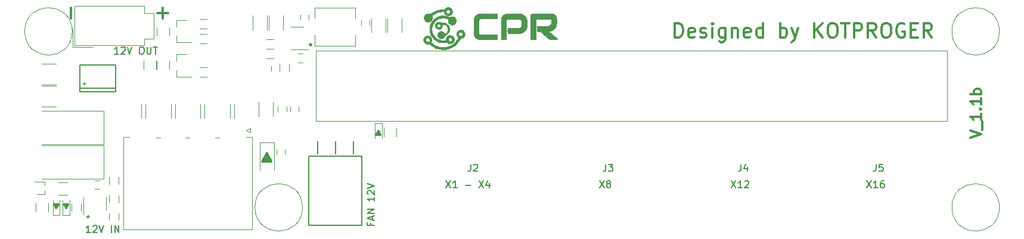
<source format=gbr>
%TF.GenerationSoftware,KiCad,Pcbnew,4.0.7*%
%TF.CreationDate,2018-05-23T21:05:09+03:00*%
%TF.ProjectId,Pci-e,5063692D652E6B696361645F70636200,rev?*%
%TF.FileFunction,Legend,Top*%
%FSLAX46Y46*%
G04 Gerber Fmt 4.6, Leading zero omitted, Abs format (unit mm)*
G04 Created by KiCad (PCBNEW 4.0.7) date 05/23/18 21:05:09*
%MOMM*%
%LPD*%
G01*
G04 APERTURE LIST*
%ADD10C,0.100000*%
%ADD11C,0.200000*%
%ADD12C,0.300000*%
%ADD13C,0.120000*%
%ADD14C,0.150000*%
%ADD15C,0.010000*%
G04 APERTURE END LIST*
D10*
D11*
X63354286Y-14222381D02*
X64020953Y-15222381D01*
X64020953Y-14222381D02*
X63354286Y-15222381D01*
X64925715Y-15222381D02*
X64354286Y-15222381D01*
X64640000Y-15222381D02*
X64640000Y-14222381D01*
X64544762Y-14365238D01*
X64449524Y-14460476D01*
X64354286Y-14508095D01*
X65782858Y-14222381D02*
X65592381Y-14222381D01*
X65497143Y-14270000D01*
X65449524Y-14317619D01*
X65354286Y-14460476D01*
X65306667Y-14650952D01*
X65306667Y-15031905D01*
X65354286Y-15127143D01*
X65401905Y-15174762D01*
X65497143Y-15222381D01*
X65687620Y-15222381D01*
X65782858Y-15174762D01*
X65830477Y-15127143D01*
X65878096Y-15031905D01*
X65878096Y-14793810D01*
X65830477Y-14698571D01*
X65782858Y-14650952D01*
X65687620Y-14603333D01*
X65497143Y-14603333D01*
X65401905Y-14650952D01*
X65354286Y-14698571D01*
X65306667Y-14793810D01*
X44104286Y-14222381D02*
X44770953Y-15222381D01*
X44770953Y-14222381D02*
X44104286Y-15222381D01*
X45675715Y-15222381D02*
X45104286Y-15222381D01*
X45390000Y-15222381D02*
X45390000Y-14222381D01*
X45294762Y-14365238D01*
X45199524Y-14460476D01*
X45104286Y-14508095D01*
X46056667Y-14317619D02*
X46104286Y-14270000D01*
X46199524Y-14222381D01*
X46437620Y-14222381D01*
X46532858Y-14270000D01*
X46580477Y-14317619D01*
X46628096Y-14412857D01*
X46628096Y-14508095D01*
X46580477Y-14650952D01*
X46009048Y-15222381D01*
X46628096Y-15222381D01*
D12*
X-22411428Y-11397143D02*
X-22411428Y-11468571D01*
X-22340000Y-11254286D02*
X-22340000Y-11468571D01*
X-22268571Y-11111429D02*
X-22268571Y-11468571D01*
X-22197142Y-10968571D02*
X-22197142Y-11468571D01*
X-22125714Y-10897143D02*
X-22125714Y-11468571D01*
X-22054285Y-10754286D02*
X-22054285Y-11468571D01*
X-21982857Y-10611429D02*
X-21982857Y-11468571D01*
X-21911428Y-10468571D02*
X-21911428Y-11468571D01*
X-21840000Y-10325714D02*
X-21840000Y-11468571D01*
X-21768571Y-10468571D02*
X-21768571Y-11468571D01*
X-21697142Y-10611429D02*
X-21697142Y-11468571D01*
X-21625714Y-10754286D02*
X-21625714Y-11468571D01*
X-21554285Y-10897143D02*
X-21554285Y-11468571D01*
X-21482857Y-10968571D02*
X-21482857Y-11468571D01*
X-21411428Y-11111429D02*
X-21411428Y-11468571D01*
X-21340000Y-11254286D02*
X-21340000Y-11468571D01*
X-21268571Y-11468571D02*
X-21840000Y-10397143D01*
X-22411428Y-11468571D01*
X-21268571Y-11397143D02*
X-21268571Y-11468571D01*
X-21840000Y-10325714D02*
X-21197142Y-11468571D01*
X-22482857Y-11468571D01*
X-21840000Y-10325714D01*
X-6224286Y-7575714D02*
X-6224286Y-7647143D01*
X-6152858Y-7432857D02*
X-6152858Y-7647143D01*
X-6081429Y-7290000D02*
X-6081429Y-7647143D01*
X-6010000Y-7147143D02*
X-6010000Y-7647143D01*
X-5938572Y-7290000D02*
X-5938572Y-7647143D01*
X-5867143Y-7432857D02*
X-5867143Y-7647143D01*
X-5795715Y-7575714D02*
X-5795715Y-7647143D01*
X-6224286Y-7647143D02*
X-6010000Y-7218571D01*
X-5795715Y-7647143D01*
X-6010000Y-7147143D02*
X-5724286Y-7647143D01*
X-6295715Y-7647143D01*
X-6010000Y-7147143D01*
X-50135714Y-17634286D02*
X-50135714Y-17562857D01*
X-50207142Y-17777143D02*
X-50207142Y-17562857D01*
X-50278571Y-17920000D02*
X-50278571Y-17562857D01*
X-50350000Y-18062857D02*
X-50350000Y-17562857D01*
X-50421428Y-17920000D02*
X-50421428Y-17562857D01*
X-50492857Y-17777143D02*
X-50492857Y-17562857D01*
X-50564285Y-17634286D02*
X-50564285Y-17562857D01*
X-50135714Y-17562857D02*
X-50350000Y-17991429D01*
X-50564285Y-17562857D01*
X-50350000Y-18062857D02*
X-50635714Y-17562857D01*
X-50064285Y-17562857D01*
X-50350000Y-18062857D01*
X-51535714Y-17634286D02*
X-51535714Y-17562857D01*
X-51607142Y-17777143D02*
X-51607142Y-17562857D01*
X-51678571Y-17920000D02*
X-51678571Y-17562857D01*
X-51750000Y-18062857D02*
X-51750000Y-17562857D01*
X-51821428Y-17920000D02*
X-51821428Y-17562857D01*
X-51892857Y-17777143D02*
X-51892857Y-17562857D01*
X-51964285Y-17634286D02*
X-51964285Y-17562857D01*
X-51535714Y-17562857D02*
X-51750000Y-17991429D01*
X-51964285Y-17562857D01*
X-51750000Y-18062857D02*
X-52035714Y-17562857D01*
X-51464285Y-17562857D01*
X-51750000Y-18062857D01*
X-15630000Y5174286D02*
X-15558572Y5102857D01*
X-15630000Y5031429D01*
X-15701429Y5102857D01*
X-15630000Y5174286D01*
X-15630000Y5031429D01*
X-47260000Y-19255714D02*
X-47188572Y-19327143D01*
X-47260000Y-19398571D01*
X-47331429Y-19327143D01*
X-47260000Y-19255714D01*
X-47260000Y-19398571D01*
X-37431905Y9567143D02*
X-35908095Y9567143D01*
X-36670000Y8805238D02*
X-36670000Y10329048D01*
X-49657143Y8788095D02*
X-49657143Y10311905D01*
D11*
X-15860000Y-20590000D02*
X-15860000Y-10750000D01*
X-8380000Y-20590000D02*
X-15860000Y-20590000D01*
X-8380000Y-10750000D02*
X-8380000Y-20590000D01*
X-15860000Y-10750000D02*
X-8380000Y-10750000D01*
X-9580000Y-8590000D02*
X-9580000Y-10410000D01*
X-12120000Y-8590000D02*
X-12120000Y-10410000D01*
X-14660000Y-8590000D02*
X-14660000Y-10410000D01*
X25400476Y-14222381D02*
X26067143Y-15222381D01*
X26067143Y-14222381D02*
X25400476Y-15222381D01*
X26590952Y-14650952D02*
X26495714Y-14603333D01*
X26448095Y-14555714D01*
X26400476Y-14460476D01*
X26400476Y-14412857D01*
X26448095Y-14317619D01*
X26495714Y-14270000D01*
X26590952Y-14222381D01*
X26781429Y-14222381D01*
X26876667Y-14270000D01*
X26924286Y-14317619D01*
X26971905Y-14412857D01*
X26971905Y-14460476D01*
X26924286Y-14555714D01*
X26876667Y-14603333D01*
X26781429Y-14650952D01*
X26590952Y-14650952D01*
X26495714Y-14698571D01*
X26448095Y-14746190D01*
X26400476Y-14841429D01*
X26400476Y-15031905D01*
X26448095Y-15127143D01*
X26495714Y-15174762D01*
X26590952Y-15222381D01*
X26781429Y-15222381D01*
X26876667Y-15174762D01*
X26924286Y-15127143D01*
X26971905Y-15031905D01*
X26971905Y-14841429D01*
X26924286Y-14746190D01*
X26876667Y-14698571D01*
X26781429Y-14650952D01*
X-46911904Y-21592381D02*
X-47483333Y-21592381D01*
X-47197619Y-21592381D02*
X-47197619Y-20592381D01*
X-47292857Y-20735238D01*
X-47388095Y-20830476D01*
X-47483333Y-20878095D01*
X-46530952Y-20687619D02*
X-46483333Y-20640000D01*
X-46388095Y-20592381D01*
X-46149999Y-20592381D01*
X-46054761Y-20640000D01*
X-46007142Y-20687619D01*
X-45959523Y-20782857D01*
X-45959523Y-20878095D01*
X-46007142Y-21020952D01*
X-46578571Y-21592381D01*
X-45959523Y-21592381D01*
X-45673809Y-20592381D02*
X-45340476Y-21592381D01*
X-45007142Y-20592381D01*
X-43911904Y-21592381D02*
X-43911904Y-20592381D01*
X-43435714Y-21592381D02*
X-43435714Y-20592381D01*
X-42864285Y-21592381D01*
X-42864285Y-20592381D01*
X3617143Y-14222381D02*
X4283810Y-15222381D01*
X4283810Y-14222381D02*
X3617143Y-15222381D01*
X5188572Y-15222381D02*
X4617143Y-15222381D01*
X4902857Y-15222381D02*
X4902857Y-14222381D01*
X4807619Y-14365238D01*
X4712381Y-14460476D01*
X4617143Y-14508095D01*
X6379048Y-14841429D02*
X7140953Y-14841429D01*
X8283810Y-14222381D02*
X8950477Y-15222381D01*
X8950477Y-14222381D02*
X8283810Y-15222381D01*
X9760001Y-14555714D02*
X9760001Y-15222381D01*
X9521905Y-14174762D02*
X9283810Y-14889048D01*
X9902858Y-14889048D01*
D12*
X78108571Y-8115714D02*
X79608571Y-7615714D01*
X78108571Y-7115714D01*
X79751429Y-6972857D02*
X79751429Y-5830000D01*
X79608571Y-4687143D02*
X79608571Y-5544286D01*
X79608571Y-5115714D02*
X78108571Y-5115714D01*
X78322857Y-5258571D01*
X78465714Y-5401429D01*
X78537143Y-5544286D01*
X79465714Y-4044286D02*
X79537143Y-3972858D01*
X79608571Y-4044286D01*
X79537143Y-4115715D01*
X79465714Y-4044286D01*
X79608571Y-4044286D01*
X79608571Y-2544286D02*
X79608571Y-3401429D01*
X79608571Y-2972857D02*
X78108571Y-2972857D01*
X78322857Y-3115714D01*
X78465714Y-3258572D01*
X78537143Y-3401429D01*
X79608571Y-1901429D02*
X78108571Y-1901429D01*
X78680000Y-1901429D02*
X78608571Y-1758572D01*
X78608571Y-1472858D01*
X78680000Y-1330001D01*
X78751429Y-1258572D01*
X78894286Y-1187143D01*
X79322857Y-1187143D01*
X79465714Y-1258572D01*
X79537143Y-1330001D01*
X79608571Y-1472858D01*
X79608571Y-1758572D01*
X79537143Y-1901429D01*
X36129522Y6145238D02*
X36129522Y8145238D01*
X36605713Y8145238D01*
X36891427Y8050000D01*
X37081903Y7859524D01*
X37177142Y7669048D01*
X37272380Y7288095D01*
X37272380Y7002381D01*
X37177142Y6621429D01*
X37081903Y6430952D01*
X36891427Y6240476D01*
X36605713Y6145238D01*
X36129522Y6145238D01*
X38891427Y6240476D02*
X38700951Y6145238D01*
X38319999Y6145238D01*
X38129522Y6240476D01*
X38034284Y6430952D01*
X38034284Y7192857D01*
X38129522Y7383333D01*
X38319999Y7478571D01*
X38700951Y7478571D01*
X38891427Y7383333D01*
X38986665Y7192857D01*
X38986665Y7002381D01*
X38034284Y6811905D01*
X39748570Y6240476D02*
X39939047Y6145238D01*
X40319999Y6145238D01*
X40510475Y6240476D01*
X40605713Y6430952D01*
X40605713Y6526190D01*
X40510475Y6716667D01*
X40319999Y6811905D01*
X40034285Y6811905D01*
X39843808Y6907143D01*
X39748570Y7097619D01*
X39748570Y7192857D01*
X39843808Y7383333D01*
X40034285Y7478571D01*
X40319999Y7478571D01*
X40510475Y7383333D01*
X41462856Y6145238D02*
X41462856Y7478571D01*
X41462856Y8145238D02*
X41367618Y8050000D01*
X41462856Y7954762D01*
X41558095Y8050000D01*
X41462856Y8145238D01*
X41462856Y7954762D01*
X43272380Y7478571D02*
X43272380Y5859524D01*
X43177142Y5669048D01*
X43081904Y5573810D01*
X42891428Y5478571D01*
X42605714Y5478571D01*
X42415237Y5573810D01*
X43272380Y6240476D02*
X43081904Y6145238D01*
X42700952Y6145238D01*
X42510476Y6240476D01*
X42415237Y6335714D01*
X42319999Y6526190D01*
X42319999Y7097619D01*
X42415237Y7288095D01*
X42510476Y7383333D01*
X42700952Y7478571D01*
X43081904Y7478571D01*
X43272380Y7383333D01*
X44224761Y7478571D02*
X44224761Y6145238D01*
X44224761Y7288095D02*
X44320000Y7383333D01*
X44510476Y7478571D01*
X44796190Y7478571D01*
X44986666Y7383333D01*
X45081904Y7192857D01*
X45081904Y6145238D01*
X46796190Y6240476D02*
X46605714Y6145238D01*
X46224762Y6145238D01*
X46034285Y6240476D01*
X45939047Y6430952D01*
X45939047Y7192857D01*
X46034285Y7383333D01*
X46224762Y7478571D01*
X46605714Y7478571D01*
X46796190Y7383333D01*
X46891428Y7192857D01*
X46891428Y7002381D01*
X45939047Y6811905D01*
X48605714Y6145238D02*
X48605714Y8145238D01*
X48605714Y6240476D02*
X48415238Y6145238D01*
X48034286Y6145238D01*
X47843810Y6240476D01*
X47748571Y6335714D01*
X47653333Y6526190D01*
X47653333Y7097619D01*
X47748571Y7288095D01*
X47843810Y7383333D01*
X48034286Y7478571D01*
X48415238Y7478571D01*
X48605714Y7383333D01*
X51081905Y6145238D02*
X51081905Y8145238D01*
X51081905Y7383333D02*
X51272382Y7478571D01*
X51653334Y7478571D01*
X51843810Y7383333D01*
X51939048Y7288095D01*
X52034286Y7097619D01*
X52034286Y6526190D01*
X51939048Y6335714D01*
X51843810Y6240476D01*
X51653334Y6145238D01*
X51272382Y6145238D01*
X51081905Y6240476D01*
X52700953Y7478571D02*
X53177144Y6145238D01*
X53653334Y7478571D02*
X53177144Y6145238D01*
X52986668Y5669048D01*
X52891429Y5573810D01*
X52700953Y5478571D01*
X55939049Y6145238D02*
X55939049Y8145238D01*
X57081907Y6145238D02*
X56224764Y7288095D01*
X57081907Y8145238D02*
X55939049Y7002381D01*
X58320002Y8145238D02*
X58700954Y8145238D01*
X58891430Y8050000D01*
X59081907Y7859524D01*
X59177145Y7478571D01*
X59177145Y6811905D01*
X59081907Y6430952D01*
X58891430Y6240476D01*
X58700954Y6145238D01*
X58320002Y6145238D01*
X58129526Y6240476D01*
X57939049Y6430952D01*
X57843811Y6811905D01*
X57843811Y7478571D01*
X57939049Y7859524D01*
X58129526Y8050000D01*
X58320002Y8145238D01*
X59748573Y8145238D02*
X60891430Y8145238D01*
X60320002Y6145238D02*
X60320002Y8145238D01*
X61558097Y6145238D02*
X61558097Y8145238D01*
X62320002Y8145238D01*
X62510478Y8050000D01*
X62605717Y7954762D01*
X62700955Y7764286D01*
X62700955Y7478571D01*
X62605717Y7288095D01*
X62510478Y7192857D01*
X62320002Y7097619D01*
X61558097Y7097619D01*
X64700955Y6145238D02*
X64034288Y7097619D01*
X63558097Y6145238D02*
X63558097Y8145238D01*
X64320002Y8145238D01*
X64510478Y8050000D01*
X64605717Y7954762D01*
X64700955Y7764286D01*
X64700955Y7478571D01*
X64605717Y7288095D01*
X64510478Y7192857D01*
X64320002Y7097619D01*
X63558097Y7097619D01*
X65939050Y8145238D02*
X66320002Y8145238D01*
X66510478Y8050000D01*
X66700955Y7859524D01*
X66796193Y7478571D01*
X66796193Y6811905D01*
X66700955Y6430952D01*
X66510478Y6240476D01*
X66320002Y6145238D01*
X65939050Y6145238D01*
X65748574Y6240476D01*
X65558097Y6430952D01*
X65462859Y6811905D01*
X65462859Y7478571D01*
X65558097Y7859524D01*
X65748574Y8050000D01*
X65939050Y8145238D01*
X68700955Y8050000D02*
X68510478Y8145238D01*
X68224764Y8145238D01*
X67939050Y8050000D01*
X67748574Y7859524D01*
X67653335Y7669048D01*
X67558097Y7288095D01*
X67558097Y7002381D01*
X67653335Y6621429D01*
X67748574Y6430952D01*
X67939050Y6240476D01*
X68224764Y6145238D01*
X68415240Y6145238D01*
X68700955Y6240476D01*
X68796193Y6335714D01*
X68796193Y7002381D01*
X68415240Y7002381D01*
X69653335Y7192857D02*
X70320002Y7192857D01*
X70605716Y6145238D02*
X69653335Y6145238D01*
X69653335Y8145238D01*
X70605716Y8145238D01*
X72605717Y6145238D02*
X71939050Y7097619D01*
X71462859Y6145238D02*
X71462859Y8145238D01*
X72224764Y8145238D01*
X72415240Y8050000D01*
X72510479Y7954762D01*
X72605717Y7764286D01*
X72605717Y7478571D01*
X72510479Y7288095D01*
X72415240Y7192857D01*
X72224764Y7097619D01*
X71462859Y7097619D01*
D11*
X-7081429Y-20251428D02*
X-7081429Y-20584762D01*
X-6557619Y-20584762D02*
X-7557619Y-20584762D01*
X-7557619Y-20108571D01*
X-6843333Y-19775238D02*
X-6843333Y-19299047D01*
X-6557619Y-19870476D02*
X-7557619Y-19537143D01*
X-6557619Y-19203809D01*
X-6557619Y-18870476D02*
X-7557619Y-18870476D01*
X-6557619Y-18299047D01*
X-7557619Y-18299047D01*
X-6557619Y-16537142D02*
X-6557619Y-17108571D01*
X-6557619Y-16822857D02*
X-7557619Y-16822857D01*
X-7414762Y-16918095D01*
X-7319524Y-17013333D01*
X-7271905Y-17108571D01*
X-7462381Y-16156190D02*
X-7510000Y-16108571D01*
X-7557619Y-16013333D01*
X-7557619Y-15775237D01*
X-7510000Y-15679999D01*
X-7462381Y-15632380D01*
X-7367143Y-15584761D01*
X-7271905Y-15584761D01*
X-7129048Y-15632380D01*
X-6557619Y-16203809D01*
X-6557619Y-15584761D01*
X-7557619Y-15299047D02*
X-6557619Y-14965714D01*
X-7557619Y-14632380D01*
X-42908571Y3777619D02*
X-43480000Y3777619D01*
X-43194286Y3777619D02*
X-43194286Y4777619D01*
X-43289524Y4634762D01*
X-43384762Y4539524D01*
X-43480000Y4491905D01*
X-42527619Y4682381D02*
X-42480000Y4730000D01*
X-42384762Y4777619D01*
X-42146666Y4777619D01*
X-42051428Y4730000D01*
X-42003809Y4682381D01*
X-41956190Y4587143D01*
X-41956190Y4491905D01*
X-42003809Y4349048D01*
X-42575238Y3777619D01*
X-41956190Y3777619D01*
X-41670476Y4777619D02*
X-41337143Y3777619D01*
X-41003809Y4777619D01*
X-39718095Y4777619D02*
X-39527618Y4777619D01*
X-39432380Y4730000D01*
X-39337142Y4634762D01*
X-39289523Y4444286D01*
X-39289523Y4110952D01*
X-39337142Y3920476D01*
X-39432380Y3825238D01*
X-39527618Y3777619D01*
X-39718095Y3777619D01*
X-39813333Y3825238D01*
X-39908571Y3920476D01*
X-39956190Y4110952D01*
X-39956190Y4444286D01*
X-39908571Y4634762D01*
X-39813333Y4730000D01*
X-39718095Y4777619D01*
X-38860952Y4777619D02*
X-38860952Y3968095D01*
X-38813333Y3872857D01*
X-38765714Y3825238D01*
X-38670476Y3777619D01*
X-38479999Y3777619D01*
X-38384761Y3825238D01*
X-38337142Y3872857D01*
X-38289523Y3968095D01*
X-38289523Y4777619D01*
X-37956190Y4777619D02*
X-37384761Y4777619D01*
X-37670476Y3777619D02*
X-37670476Y4777619D01*
D10*
X24770001Y-5760001D02*
X74770001Y-5760001D01*
X74770001Y-5760001D02*
X74770001Y4239999D01*
X74770001Y4239999D02*
X24770001Y4239999D01*
X-14689999Y-5760001D02*
X-14869999Y-5760001D01*
X-14869999Y-5760001D02*
X-14869999Y4239999D01*
X-14869999Y4239999D02*
X-14699999Y4239999D01*
X-14699999Y4239999D02*
X24770001Y4239999D01*
X24770001Y-5760001D02*
X-14399999Y-5760001D01*
X-14399999Y-5760001D02*
X-14699999Y-5760001D01*
D13*
X-7220000Y8580000D02*
X-7220000Y7880000D01*
X-8420000Y7880000D02*
X-8420000Y8580000D01*
X-7010000Y8850000D02*
X-7010000Y6850000D01*
X-4970000Y6850000D02*
X-4970000Y8850000D01*
X-45050000Y-13980000D02*
X-53850000Y-13980000D01*
X-45050000Y-9180000D02*
X-53850000Y-9180000D01*
X-45050000Y-13980000D02*
X-45050000Y-9180000D01*
X-45050000Y-9080000D02*
X-53850000Y-9080000D01*
X-45050000Y-4280000D02*
X-53850000Y-4280000D01*
X-45050000Y-9080000D02*
X-45050000Y-4280000D01*
X-53800000Y-3730000D02*
X-51800000Y-3730000D01*
X-51800000Y-770000D02*
X-53800000Y-770000D01*
X-53800000Y-560000D02*
X-51800000Y-560000D01*
X-51800000Y2400000D02*
X-53800000Y2400000D01*
X-15016235Y6455151D02*
X-15016235Y4955151D01*
X-15016235Y4955151D02*
X-9316235Y4955151D01*
X-9316235Y4955151D02*
X-9316235Y6455151D01*
X-15016235Y8855151D02*
X-15016235Y10355151D01*
X-15016235Y10355151D02*
X-9316235Y10355151D01*
X-9316235Y10355151D02*
X-9316235Y8855151D01*
X-20040000Y2080000D02*
X-20040000Y1380000D01*
X-21240000Y1380000D02*
X-21240000Y2080000D01*
X-16646235Y7635151D02*
X-18446235Y7635151D01*
X-18446235Y4415151D02*
X-15996235Y4415151D01*
X-20840000Y-8780000D02*
X-22840000Y-8780000D01*
X-22840000Y-8780000D02*
X-22840000Y-12680000D01*
X-20840000Y-8780000D02*
X-20840000Y-12680000D01*
X-24790000Y-8030000D02*
X-23940000Y-8030000D01*
X-23940000Y-8030000D02*
X-23940000Y-21130000D01*
X-23940000Y-21130000D02*
X-33090000Y-21130000D01*
X-41390000Y-8030000D02*
X-42240000Y-8030000D01*
X-42240000Y-8030000D02*
X-42240000Y-21130000D01*
X-42240000Y-21130000D02*
X-33090000Y-21130000D01*
X-26490000Y-5280000D02*
X-26490000Y-3380000D01*
X-27090000Y-5280000D02*
X-27090000Y-3380000D01*
X-30690000Y-5280000D02*
X-30690000Y-3380000D01*
X-31290000Y-5280000D02*
X-31290000Y-3380000D01*
X-34890000Y-5280000D02*
X-34890000Y-3380000D01*
X-35490000Y-5280000D02*
X-35490000Y-3380000D01*
X-39090000Y-5280000D02*
X-39090000Y-3380000D01*
X-39690000Y-5280000D02*
X-39690000Y-3380000D01*
X-28590000Y-8080000D02*
X-29190000Y-8080000D01*
X-32790000Y-8080000D02*
X-33390000Y-8080000D01*
X-36990000Y-8080000D02*
X-37590000Y-8080000D01*
X-24790000Y-7080000D02*
X-24190000Y-6780000D01*
X-24190000Y-6780000D02*
X-24190000Y-7380000D01*
X-24190000Y-7380000D02*
X-24790000Y-7080000D01*
D14*
X-47668000Y-452000D02*
G75*
G03X-47668000Y-452000I-127000J0D01*
G01*
X-48430000Y-1087000D02*
X-43350000Y-1087000D01*
X-48430000Y2215000D02*
X-43350000Y2215000D01*
X-48430000Y-1595000D02*
X-43350000Y-1595000D01*
X-48430000Y-1595000D02*
X-48430000Y2215000D01*
X-43350000Y-1595000D02*
X-43350000Y2215000D01*
D13*
X-34710000Y3720000D02*
X-34710000Y2790000D01*
X-34710000Y560000D02*
X-34710000Y1490000D01*
X-34710000Y560000D02*
X-32550000Y560000D01*
X-34710000Y3720000D02*
X-33250000Y3720000D01*
X-34710000Y8572244D02*
X-34710000Y7642244D01*
X-34710000Y5412244D02*
X-34710000Y6342244D01*
X-34710000Y5412244D02*
X-32550000Y5412244D01*
X-34710000Y8572244D02*
X-33250000Y8572244D01*
X-44680000Y-18350000D02*
X-44680000Y-16550000D01*
X-47900000Y-16550000D02*
X-47900000Y-19000000D01*
X-17050000Y8650000D02*
X-17050000Y9350000D01*
X-15850000Y9350000D02*
X-15850000Y8650000D01*
X-18520000Y-4370000D02*
X-18520000Y-3670000D01*
X-17320000Y-3670000D02*
X-17320000Y-4370000D01*
X-17420000Y3800000D02*
X-16720000Y3800000D01*
X-16720000Y2600000D02*
X-17420000Y2600000D01*
X-20490000Y-10520000D02*
X-20490000Y-9820000D01*
X-19290000Y-9820000D02*
X-19290000Y-10520000D01*
X-18650000Y2380000D02*
X-18650000Y1380000D01*
X-20010000Y1380000D02*
X-20010000Y2380000D01*
X-20900000Y3150000D02*
X-21900000Y3150000D01*
X-21900000Y4510000D02*
X-20900000Y4510000D01*
X-20900000Y4510000D02*
X-21900000Y4510000D01*
X-21900000Y5870000D02*
X-20900000Y5870000D01*
X-31400000Y1870000D02*
X-30400000Y1870000D01*
X-30400000Y510000D02*
X-31400000Y510000D01*
X-30400000Y5272245D02*
X-31400000Y5272245D01*
X-31400000Y6632245D02*
X-30400000Y6632245D01*
X-37480000Y1590000D02*
X-37480000Y2790000D01*
X-35720000Y2790000D02*
X-35720000Y1590000D01*
X-39340000Y1590000D02*
X-39340000Y2790000D01*
X-37580000Y2790000D02*
X-37580000Y1590000D01*
X-37480000Y6390000D02*
X-37480000Y7590000D01*
X-35720000Y7590000D02*
X-35720000Y6390000D01*
X-31400000Y8732245D02*
X-30400000Y8732245D01*
X-30400000Y7372245D02*
X-31400000Y7372245D01*
X-44250000Y-19820000D02*
X-44250000Y-18820000D01*
X-42890000Y-18820000D02*
X-42890000Y-19820000D01*
X-44250000Y-17310000D02*
X-44250000Y-16310000D01*
X-42890000Y-16310000D02*
X-42890000Y-17310000D01*
X-44250000Y-14730000D02*
X-44250000Y-13730000D01*
X-42890000Y-13730000D02*
X-42890000Y-14730000D01*
X-48220000Y-17510000D02*
X-48220000Y-18510000D01*
X-49580000Y-18510000D02*
X-49580000Y-17510000D01*
X-3480000Y-6700001D02*
X-3480000Y-7900001D01*
X-5240000Y-7900001D02*
X-5240000Y-6700001D01*
X-5510000Y-6100000D02*
X-6510000Y-6100000D01*
X-6510000Y-6100000D02*
X-6510000Y-8200000D01*
X-5510000Y-6100000D02*
X-5510000Y-8200000D01*
X-50850000Y-19110000D02*
X-49850000Y-19110000D01*
X-49850000Y-19110000D02*
X-49850000Y-17010000D01*
X-50850000Y-19110000D02*
X-50850000Y-17010000D01*
D10*
X-49485004Y6990000D02*
G75*
G03X-49485004Y6990000I-3374996J0D01*
G01*
X82214996Y6990000D02*
G75*
G03X82214996Y6990000I-3374996J0D01*
G01*
X82214996Y-18010000D02*
G75*
G03X82214996Y-18010000I-3374996J0D01*
G01*
X-16785004Y-18010000D02*
G75*
G03X-16785004Y-18010000I-3374996J0D01*
G01*
D13*
X-52250000Y-19110000D02*
X-51250000Y-19110000D01*
X-51250000Y-19110000D02*
X-51250000Y-17010000D01*
X-52250000Y-19110000D02*
X-52250000Y-17010000D01*
X-51420000Y-14470000D02*
X-50220000Y-14470000D01*
X-50220000Y-16230000D02*
X-51420000Y-16230000D01*
D10*
X-53380000Y-14400000D02*
X-53380000Y-14900000D01*
X-53380000Y-16160000D02*
X-53380000Y-15660000D01*
X-53380000Y-14400000D02*
X-54810000Y-14400000D01*
X-54540000Y-16160000D02*
X-53380000Y-16160000D01*
D13*
X-45580000Y-15380000D02*
X-46280000Y-15380000D01*
X-46280000Y-14180000D02*
X-45580000Y-14180000D01*
X-20970000Y-5020000D02*
X-20970000Y-3020000D01*
X-23010000Y-3020000D02*
X-23010000Y-5020000D01*
X-4730000Y8860000D02*
X-4730000Y6860000D01*
X-2690000Y6860000D02*
X-2690000Y8860000D01*
X-19530000Y7250000D02*
X-19530000Y9250000D01*
X-21570000Y9250000D02*
X-21570000Y7250000D01*
X-21800000Y7250000D02*
X-21800000Y9250000D01*
X-23840000Y9250000D02*
X-23840000Y7250000D01*
D15*
G36*
X5755773Y7202927D02*
X5809077Y7195258D01*
X5838896Y7187834D01*
X5930641Y7151766D01*
X6012659Y7104263D01*
X6084267Y7046250D01*
X6144780Y6978651D01*
X6193515Y6902389D01*
X6229787Y6818390D01*
X6252914Y6727577D01*
X6262211Y6630873D01*
X6262370Y6615613D01*
X6255694Y6530358D01*
X6236621Y6445248D01*
X6206394Y6364333D01*
X6166256Y6291661D01*
X6160239Y6282836D01*
X6134960Y6251040D01*
X6101512Y6214929D01*
X6064395Y6178928D01*
X6028112Y6147464D01*
X6004575Y6129791D01*
X5937345Y6091535D01*
X5861760Y6061519D01*
X5782873Y6041317D01*
X5705735Y6032501D01*
X5691093Y6032243D01*
X5642508Y6032243D01*
X5597601Y5941803D01*
X5500077Y5762392D01*
X5390234Y5591791D01*
X5268634Y5430566D01*
X5135835Y5279285D01*
X4992398Y5138513D01*
X4838884Y5008816D01*
X4675853Y4890761D01*
X4503864Y4784914D01*
X4395909Y4727149D01*
X4220526Y4646361D01*
X4038606Y4577902D01*
X3852580Y4522513D01*
X3664882Y4480938D01*
X3514606Y4458057D01*
X3479536Y4454706D01*
X3433034Y4451564D01*
X3377925Y4448705D01*
X3317035Y4446204D01*
X3253188Y4444136D01*
X3189212Y4442575D01*
X3127931Y4441596D01*
X3072171Y4441275D01*
X3024757Y4441685D01*
X2988516Y4442901D01*
X2975818Y4443803D01*
X2766617Y4470368D01*
X2563588Y4510935D01*
X2366934Y4565414D01*
X2176858Y4633714D01*
X1993563Y4715742D01*
X1817252Y4811408D01*
X1648129Y4920620D01*
X1486395Y5043288D01*
X1332254Y5179319D01*
X1325459Y5185791D01*
X1240151Y5267322D01*
X1177027Y5245522D01*
X1084514Y5221221D01*
X992431Y5211620D01*
X902086Y5216058D01*
X814790Y5233875D01*
X731851Y5264408D01*
X654580Y5306997D01*
X584286Y5360980D01*
X522277Y5425698D01*
X469865Y5500488D01*
X428357Y5584689D01*
X411510Y5632000D01*
X404037Y5658114D01*
X398921Y5682781D01*
X395740Y5709949D01*
X394075Y5743568D01*
X393505Y5787587D01*
X393484Y5801334D01*
X393485Y5801495D01*
X685969Y5801495D01*
X686572Y5764180D01*
X688993Y5736998D01*
X694153Y5714718D01*
X702972Y5692106D01*
X706598Y5684201D01*
X741948Y5626473D01*
X788907Y5577912D01*
X845800Y5539899D01*
X910956Y5513816D01*
X913835Y5513006D01*
X969102Y5505263D01*
X1028536Y5510687D01*
X1078379Y5524927D01*
X1134436Y5553973D01*
X1183590Y5595330D01*
X1223874Y5646731D01*
X1253321Y5705907D01*
X1263581Y5738538D01*
X1271201Y5798313D01*
X1264666Y5858250D01*
X1245038Y5916194D01*
X1213381Y5969992D01*
X1170758Y6017490D01*
X1118232Y6056534D01*
X1102166Y6065516D01*
X1079262Y6076869D01*
X1060021Y6084035D01*
X1039612Y6087968D01*
X1013204Y6089623D01*
X978454Y6089954D01*
X940597Y6089446D01*
X913188Y6087345D01*
X891301Y6082810D01*
X870009Y6075003D01*
X857473Y6069342D01*
X802073Y6035323D01*
X753910Y5989772D01*
X716435Y5936075D01*
X710917Y5925455D01*
X698973Y5899822D01*
X691584Y5878596D01*
X687676Y5856426D01*
X686170Y5827962D01*
X685969Y5801495D01*
X393485Y5801495D01*
X393837Y5848731D01*
X395174Y5884693D01*
X397917Y5913170D01*
X402486Y5938110D01*
X409300Y5963463D01*
X411510Y5970667D01*
X447382Y6061446D01*
X494891Y6142478D01*
X553289Y6213159D01*
X621829Y6272884D01*
X699764Y6321051D01*
X786345Y6357054D01*
X880825Y6380291D01*
X926196Y6386471D01*
X1018245Y6388551D01*
X1107790Y6376025D01*
X1193519Y6349635D01*
X1274121Y6310124D01*
X1348287Y6258234D01*
X1414706Y6194706D01*
X1472066Y6120282D01*
X1508983Y6056520D01*
X1534387Y5996060D01*
X1551203Y5930784D01*
X1560135Y5857313D01*
X1562061Y5801334D01*
X1559449Y5726877D01*
X1549859Y5661796D01*
X1532145Y5601222D01*
X1505158Y5540282D01*
X1496733Y5524243D01*
X1465564Y5466515D01*
X1548222Y5387603D01*
X1686523Y5266082D01*
X1835016Y5155459D01*
X1992466Y5056317D01*
X2157640Y4969239D01*
X2329301Y4894807D01*
X2506216Y4833604D01*
X2687151Y4786213D01*
X2870870Y4753216D01*
X2900416Y4749315D01*
X2951671Y4744271D01*
X3013745Y4740373D01*
X3083232Y4737646D01*
X3156726Y4736113D01*
X3230819Y4735796D01*
X3302105Y4736721D01*
X3367178Y4738911D01*
X3422631Y4742388D01*
X3453030Y4745491D01*
X3647212Y4777447D01*
X3835597Y4823655D01*
X4018119Y4884090D01*
X4194710Y4958725D01*
X4365304Y5047532D01*
X4529834Y5150485D01*
X4617374Y5212875D01*
X4760911Y5329172D01*
X4895994Y5457627D01*
X5021408Y5596808D01*
X5135935Y5745286D01*
X5238359Y5901629D01*
X5306076Y6022371D01*
X5356868Y6119681D01*
X5330510Y6139462D01*
X5258403Y6202594D01*
X5198190Y6274097D01*
X5150345Y6352501D01*
X5115342Y6436336D01*
X5093658Y6524133D01*
X5086751Y6603168D01*
X5380952Y6603168D01*
X5391825Y6542961D01*
X5416093Y6484812D01*
X5453922Y6430575D01*
X5480726Y6402939D01*
X5531042Y6364131D01*
X5583594Y6339541D01*
X5641485Y6328018D01*
X5685151Y6327047D01*
X5721950Y6329850D01*
X5752327Y6336608D01*
X5784562Y6349396D01*
X5796081Y6354839D01*
X5855063Y6391462D01*
X5903093Y6438889D01*
X5940005Y6496952D01*
X5942334Y6501758D01*
X5954189Y6528538D01*
X5961316Y6551252D01*
X5964878Y6575737D01*
X5966037Y6607831D01*
X5966091Y6621061D01*
X5965482Y6656812D01*
X5962859Y6683097D01*
X5957026Y6705823D01*
X5946784Y6730896D01*
X5941571Y6742094D01*
X5907224Y6798332D01*
X5863518Y6844243D01*
X5812489Y6879207D01*
X5756170Y6902603D01*
X5696596Y6913810D01*
X5635804Y6912208D01*
X5575826Y6897177D01*
X5521827Y6870130D01*
X5468165Y6827465D01*
X5427083Y6777581D01*
X5398745Y6722333D01*
X5383313Y6663577D01*
X5380952Y6603168D01*
X5086751Y6603168D01*
X5085767Y6614421D01*
X5092145Y6705730D01*
X5113266Y6796591D01*
X5115701Y6804080D01*
X5152945Y6892766D01*
X5202311Y6972322D01*
X5263027Y7042026D01*
X5334322Y7101158D01*
X5415425Y7148996D01*
X5505562Y7184819D01*
X5531212Y7192301D01*
X5578772Y7201302D01*
X5635479Y7206023D01*
X5696193Y7206540D01*
X5755773Y7202927D01*
X5755773Y7202927D01*
G37*
X5755773Y7202927D02*
X5809077Y7195258D01*
X5838896Y7187834D01*
X5930641Y7151766D01*
X6012659Y7104263D01*
X6084267Y7046250D01*
X6144780Y6978651D01*
X6193515Y6902389D01*
X6229787Y6818390D01*
X6252914Y6727577D01*
X6262211Y6630873D01*
X6262370Y6615613D01*
X6255694Y6530358D01*
X6236621Y6445248D01*
X6206394Y6364333D01*
X6166256Y6291661D01*
X6160239Y6282836D01*
X6134960Y6251040D01*
X6101512Y6214929D01*
X6064395Y6178928D01*
X6028112Y6147464D01*
X6004575Y6129791D01*
X5937345Y6091535D01*
X5861760Y6061519D01*
X5782873Y6041317D01*
X5705735Y6032501D01*
X5691093Y6032243D01*
X5642508Y6032243D01*
X5597601Y5941803D01*
X5500077Y5762392D01*
X5390234Y5591791D01*
X5268634Y5430566D01*
X5135835Y5279285D01*
X4992398Y5138513D01*
X4838884Y5008816D01*
X4675853Y4890761D01*
X4503864Y4784914D01*
X4395909Y4727149D01*
X4220526Y4646361D01*
X4038606Y4577902D01*
X3852580Y4522513D01*
X3664882Y4480938D01*
X3514606Y4458057D01*
X3479536Y4454706D01*
X3433034Y4451564D01*
X3377925Y4448705D01*
X3317035Y4446204D01*
X3253188Y4444136D01*
X3189212Y4442575D01*
X3127931Y4441596D01*
X3072171Y4441275D01*
X3024757Y4441685D01*
X2988516Y4442901D01*
X2975818Y4443803D01*
X2766617Y4470368D01*
X2563588Y4510935D01*
X2366934Y4565414D01*
X2176858Y4633714D01*
X1993563Y4715742D01*
X1817252Y4811408D01*
X1648129Y4920620D01*
X1486395Y5043288D01*
X1332254Y5179319D01*
X1325459Y5185791D01*
X1240151Y5267322D01*
X1177027Y5245522D01*
X1084514Y5221221D01*
X992431Y5211620D01*
X902086Y5216058D01*
X814790Y5233875D01*
X731851Y5264408D01*
X654580Y5306997D01*
X584286Y5360980D01*
X522277Y5425698D01*
X469865Y5500488D01*
X428357Y5584689D01*
X411510Y5632000D01*
X404037Y5658114D01*
X398921Y5682781D01*
X395740Y5709949D01*
X394075Y5743568D01*
X393505Y5787587D01*
X393484Y5801334D01*
X393485Y5801495D01*
X685969Y5801495D01*
X686572Y5764180D01*
X688993Y5736998D01*
X694153Y5714718D01*
X702972Y5692106D01*
X706598Y5684201D01*
X741948Y5626473D01*
X788907Y5577912D01*
X845800Y5539899D01*
X910956Y5513816D01*
X913835Y5513006D01*
X969102Y5505263D01*
X1028536Y5510687D01*
X1078379Y5524927D01*
X1134436Y5553973D01*
X1183590Y5595330D01*
X1223874Y5646731D01*
X1253321Y5705907D01*
X1263581Y5738538D01*
X1271201Y5798313D01*
X1264666Y5858250D01*
X1245038Y5916194D01*
X1213381Y5969992D01*
X1170758Y6017490D01*
X1118232Y6056534D01*
X1102166Y6065516D01*
X1079262Y6076869D01*
X1060021Y6084035D01*
X1039612Y6087968D01*
X1013204Y6089623D01*
X978454Y6089954D01*
X940597Y6089446D01*
X913188Y6087345D01*
X891301Y6082810D01*
X870009Y6075003D01*
X857473Y6069342D01*
X802073Y6035323D01*
X753910Y5989772D01*
X716435Y5936075D01*
X710917Y5925455D01*
X698973Y5899822D01*
X691584Y5878596D01*
X687676Y5856426D01*
X686170Y5827962D01*
X685969Y5801495D01*
X393485Y5801495D01*
X393837Y5848731D01*
X395174Y5884693D01*
X397917Y5913170D01*
X402486Y5938110D01*
X409300Y5963463D01*
X411510Y5970667D01*
X447382Y6061446D01*
X494891Y6142478D01*
X553289Y6213159D01*
X621829Y6272884D01*
X699764Y6321051D01*
X786345Y6357054D01*
X880825Y6380291D01*
X926196Y6386471D01*
X1018245Y6388551D01*
X1107790Y6376025D01*
X1193519Y6349635D01*
X1274121Y6310124D01*
X1348287Y6258234D01*
X1414706Y6194706D01*
X1472066Y6120282D01*
X1508983Y6056520D01*
X1534387Y5996060D01*
X1551203Y5930784D01*
X1560135Y5857313D01*
X1562061Y5801334D01*
X1559449Y5726877D01*
X1549859Y5661796D01*
X1532145Y5601222D01*
X1505158Y5540282D01*
X1496733Y5524243D01*
X1465564Y5466515D01*
X1548222Y5387603D01*
X1686523Y5266082D01*
X1835016Y5155459D01*
X1992466Y5056317D01*
X2157640Y4969239D01*
X2329301Y4894807D01*
X2506216Y4833604D01*
X2687151Y4786213D01*
X2870870Y4753216D01*
X2900416Y4749315D01*
X2951671Y4744271D01*
X3013745Y4740373D01*
X3083232Y4737646D01*
X3156726Y4736113D01*
X3230819Y4735796D01*
X3302105Y4736721D01*
X3367178Y4738911D01*
X3422631Y4742388D01*
X3453030Y4745491D01*
X3647212Y4777447D01*
X3835597Y4823655D01*
X4018119Y4884090D01*
X4194710Y4958725D01*
X4365304Y5047532D01*
X4529834Y5150485D01*
X4617374Y5212875D01*
X4760911Y5329172D01*
X4895994Y5457627D01*
X5021408Y5596808D01*
X5135935Y5745286D01*
X5238359Y5901629D01*
X5306076Y6022371D01*
X5356868Y6119681D01*
X5330510Y6139462D01*
X5258403Y6202594D01*
X5198190Y6274097D01*
X5150345Y6352501D01*
X5115342Y6436336D01*
X5093658Y6524133D01*
X5086751Y6603168D01*
X5380952Y6603168D01*
X5391825Y6542961D01*
X5416093Y6484812D01*
X5453922Y6430575D01*
X5480726Y6402939D01*
X5531042Y6364131D01*
X5583594Y6339541D01*
X5641485Y6328018D01*
X5685151Y6327047D01*
X5721950Y6329850D01*
X5752327Y6336608D01*
X5784562Y6349396D01*
X5796081Y6354839D01*
X5855063Y6391462D01*
X5903093Y6438889D01*
X5940005Y6496952D01*
X5942334Y6501758D01*
X5954189Y6528538D01*
X5961316Y6551252D01*
X5964878Y6575737D01*
X5966037Y6607831D01*
X5966091Y6621061D01*
X5965482Y6656812D01*
X5962859Y6683097D01*
X5957026Y6705823D01*
X5946784Y6730896D01*
X5941571Y6742094D01*
X5907224Y6798332D01*
X5863518Y6844243D01*
X5812489Y6879207D01*
X5756170Y6902603D01*
X5696596Y6913810D01*
X5635804Y6912208D01*
X5575826Y6897177D01*
X5521827Y6870130D01*
X5468165Y6827465D01*
X5427083Y6777581D01*
X5398745Y6722333D01*
X5383313Y6663577D01*
X5380952Y6603168D01*
X5086751Y6603168D01*
X5085767Y6614421D01*
X5092145Y6705730D01*
X5113266Y6796591D01*
X5115701Y6804080D01*
X5152945Y6892766D01*
X5202311Y6972322D01*
X5263027Y7042026D01*
X5334322Y7101158D01*
X5415425Y7148996D01*
X5505562Y7184819D01*
X5531212Y7192301D01*
X5578772Y7201302D01*
X5635479Y7206023D01*
X5696193Y7206540D01*
X5755773Y7202927D01*
G36*
X3325726Y9224852D02*
X3461706Y9212241D01*
X3591131Y9190464D01*
X3717403Y9158765D01*
X3843924Y9116383D01*
X3974096Y9062561D01*
X4018867Y9041955D01*
X4111341Y8998399D01*
X4140456Y9019510D01*
X4172948Y9039141D01*
X4215654Y9059373D01*
X4263618Y9078199D01*
X4311884Y9093608D01*
X4341026Y9100830D01*
X4382338Y9107207D01*
X4430671Y9109822D01*
X4488272Y9108971D01*
X4533404Y9106608D01*
X4569076Y9102806D01*
X4601217Y9096543D01*
X4635755Y9086794D01*
X4657285Y9079789D01*
X4742754Y9043286D01*
X4820280Y8994151D01*
X4888772Y8933536D01*
X4947140Y8862593D01*
X4994293Y8782475D01*
X5029142Y8694333D01*
X5032404Y8683413D01*
X5042243Y8636563D01*
X5048353Y8580266D01*
X5050678Y8519519D01*
X5049164Y8459321D01*
X5043756Y8404669D01*
X5035896Y8365728D01*
X5003406Y8275589D01*
X4958362Y8193672D01*
X4901756Y8120952D01*
X4834579Y8058405D01*
X4757823Y8007004D01*
X4672480Y7967726D01*
X4612117Y7948964D01*
X4554963Y7938530D01*
X4489896Y7933451D01*
X4422760Y7933743D01*
X4359399Y7939424D01*
X4314398Y7948106D01*
X4223247Y7979077D01*
X4140996Y8022480D01*
X4068162Y8077898D01*
X4005260Y8144915D01*
X3952807Y8223112D01*
X3937125Y8252818D01*
X3912493Y8306741D01*
X3895130Y8356012D01*
X3884155Y8405097D01*
X3878685Y8458462D01*
X3877838Y8520575D01*
X3878607Y8549152D01*
X3881059Y8599530D01*
X3884670Y8638188D01*
X3889929Y8668783D01*
X3897325Y8694974D01*
X3898568Y8698523D01*
X3907143Y8723873D01*
X3913041Y8743993D01*
X3914848Y8753286D01*
X3908026Y8759744D01*
X3889253Y8770329D01*
X3861067Y8783965D01*
X3826004Y8799581D01*
X3786603Y8816102D01*
X3745403Y8832454D01*
X3704940Y8847565D01*
X3667752Y8860361D01*
X3645454Y8867243D01*
X3489110Y8904730D01*
X3333062Y8926958D01*
X3177940Y8934059D01*
X3024370Y8926165D01*
X2872981Y8903407D01*
X2724402Y8865916D01*
X2579258Y8813826D01*
X2438180Y8747266D01*
X2301794Y8666369D01*
X2170728Y8571267D01*
X2148705Y8553436D01*
X2037495Y8452222D01*
X1936648Y8340573D01*
X1846739Y8219769D01*
X1768345Y8091086D01*
X1702041Y7955804D01*
X1648404Y7815199D01*
X1608008Y7670549D01*
X1581429Y7523133D01*
X1569244Y7374229D01*
X1569649Y7268221D01*
X1583535Y7108411D01*
X1611933Y6953153D01*
X1654455Y6803141D01*
X1710711Y6659067D01*
X1780312Y6521625D01*
X1862869Y6391506D01*
X1957992Y6269405D01*
X2065292Y6156013D01*
X2184380Y6052025D01*
X2300454Y5967619D01*
X2432575Y5888788D01*
X2571363Y5823289D01*
X2715533Y5771362D01*
X2863795Y5733248D01*
X3014862Y5709190D01*
X3167446Y5699429D01*
X3320258Y5704205D01*
X3472010Y5723761D01*
X3534624Y5736330D01*
X3589958Y5748640D01*
X3592473Y5831902D01*
X3886225Y5831902D01*
X3886663Y5826595D01*
X3900032Y5763164D01*
X3926824Y5704002D01*
X3965216Y5651460D01*
X4013387Y5607885D01*
X4069512Y5575627D01*
X4086676Y5568846D01*
X4139292Y5557243D01*
X4197054Y5556680D01*
X4254777Y5566783D01*
X4301694Y5584333D01*
X4353548Y5617241D01*
X4397804Y5659921D01*
X4433045Y5709798D01*
X4457851Y5764297D01*
X4470801Y5820843D01*
X4470476Y5876861D01*
X4468772Y5887361D01*
X4448897Y5952994D01*
X4416170Y6011943D01*
X4372069Y6062242D01*
X4318069Y6101923D01*
X4300687Y6111204D01*
X4242533Y6132131D01*
X4181244Y6140320D01*
X4120818Y6135524D01*
X4082241Y6124712D01*
X4024724Y6095643D01*
X3975209Y6055731D01*
X3935151Y6007187D01*
X3905999Y5952226D01*
X3889206Y5893060D01*
X3886225Y5831902D01*
X3592473Y5831902D01*
X3593486Y5865426D01*
X3595247Y5913411D01*
X3597545Y5949732D01*
X3600892Y5978120D01*
X3605800Y6002305D01*
X3612781Y6026018D01*
X3617346Y6039247D01*
X3656824Y6128500D01*
X3707646Y6208060D01*
X3768761Y6277182D01*
X3839121Y6335119D01*
X3917675Y6381126D01*
X4003374Y6414455D01*
X4095167Y6434360D01*
X4181395Y6440182D01*
X4275109Y6432808D01*
X4364421Y6411315D01*
X4448106Y6376645D01*
X4524942Y6329740D01*
X4593705Y6271544D01*
X4653172Y6202999D01*
X4702121Y6125046D01*
X4739327Y6038630D01*
X4750771Y6001455D01*
X4757679Y5965510D01*
X4762390Y5919076D01*
X4764835Y5866877D01*
X4764944Y5813639D01*
X4762648Y5764088D01*
X4757880Y5722949D01*
X4755039Y5708970D01*
X4742381Y5669380D01*
X4722808Y5622599D01*
X4698754Y5573410D01*
X4672651Y5526594D01*
X4646933Y5486933D01*
X4632773Y5468649D01*
X4572793Y5408097D01*
X4504151Y5355808D01*
X4430071Y5313765D01*
X4353778Y5283948D01*
X4316699Y5274430D01*
X4275040Y5267328D01*
X4228209Y5261975D01*
X4181530Y5258762D01*
X4140330Y5258080D01*
X4114969Y5259610D01*
X4073230Y5266617D01*
X4026061Y5277625D01*
X3980156Y5290871D01*
X3942212Y5304592D01*
X3939110Y5305923D01*
X3886320Y5333286D01*
X3832175Y5368692D01*
X3782804Y5407862D01*
X3755402Y5434132D01*
X3716104Y5475683D01*
X3659612Y5461125D01*
X3506335Y5429070D01*
X3347284Y5409962D01*
X3184948Y5403761D01*
X3021817Y5410427D01*
X2860377Y5429917D01*
X2703119Y5462191D01*
X2644848Y5477835D01*
X2492712Y5529261D01*
X2343767Y5594927D01*
X2199742Y5673749D01*
X2062366Y5764643D01*
X1933369Y5866527D01*
X1814477Y5978314D01*
X1768573Y6027291D01*
X1658437Y6160161D01*
X1562104Y6299446D01*
X1479369Y6445571D01*
X1410025Y6598963D01*
X1353865Y6760049D01*
X1310681Y6929256D01*
X1296854Y7000095D01*
X1290153Y7047603D01*
X1284562Y7106922D01*
X1280180Y7174502D01*
X1277107Y7246794D01*
X1275441Y7320246D01*
X1275281Y7391311D01*
X1276726Y7456437D01*
X1279875Y7512075D01*
X1281979Y7533993D01*
X1308805Y7703617D01*
X1350122Y7868633D01*
X1405582Y8028308D01*
X1474837Y8181914D01*
X1557539Y8328717D01*
X1653341Y8467988D01*
X1761895Y8598995D01*
X1815758Y8656019D01*
X1915803Y8752067D01*
X2015617Y8835905D01*
X2118855Y8910219D01*
X2229176Y8977694D01*
X2319208Y9025651D01*
X2467774Y9093699D01*
X2615497Y9147306D01*
X2764658Y9187013D01*
X2917538Y9213357D01*
X3076420Y9226879D01*
X3179788Y9229058D01*
X3325726Y9224852D01*
X3325726Y9224852D01*
G37*
X3325726Y9224852D02*
X3461706Y9212241D01*
X3591131Y9190464D01*
X3717403Y9158765D01*
X3843924Y9116383D01*
X3974096Y9062561D01*
X4018867Y9041955D01*
X4111341Y8998399D01*
X4140456Y9019510D01*
X4172948Y9039141D01*
X4215654Y9059373D01*
X4263618Y9078199D01*
X4311884Y9093608D01*
X4341026Y9100830D01*
X4382338Y9107207D01*
X4430671Y9109822D01*
X4488272Y9108971D01*
X4533404Y9106608D01*
X4569076Y9102806D01*
X4601217Y9096543D01*
X4635755Y9086794D01*
X4657285Y9079789D01*
X4742754Y9043286D01*
X4820280Y8994151D01*
X4888772Y8933536D01*
X4947140Y8862593D01*
X4994293Y8782475D01*
X5029142Y8694333D01*
X5032404Y8683413D01*
X5042243Y8636563D01*
X5048353Y8580266D01*
X5050678Y8519519D01*
X5049164Y8459321D01*
X5043756Y8404669D01*
X5035896Y8365728D01*
X5003406Y8275589D01*
X4958362Y8193672D01*
X4901756Y8120952D01*
X4834579Y8058405D01*
X4757823Y8007004D01*
X4672480Y7967726D01*
X4612117Y7948964D01*
X4554963Y7938530D01*
X4489896Y7933451D01*
X4422760Y7933743D01*
X4359399Y7939424D01*
X4314398Y7948106D01*
X4223247Y7979077D01*
X4140996Y8022480D01*
X4068162Y8077898D01*
X4005260Y8144915D01*
X3952807Y8223112D01*
X3937125Y8252818D01*
X3912493Y8306741D01*
X3895130Y8356012D01*
X3884155Y8405097D01*
X3878685Y8458462D01*
X3877838Y8520575D01*
X3878607Y8549152D01*
X3881059Y8599530D01*
X3884670Y8638188D01*
X3889929Y8668783D01*
X3897325Y8694974D01*
X3898568Y8698523D01*
X3907143Y8723873D01*
X3913041Y8743993D01*
X3914848Y8753286D01*
X3908026Y8759744D01*
X3889253Y8770329D01*
X3861067Y8783965D01*
X3826004Y8799581D01*
X3786603Y8816102D01*
X3745403Y8832454D01*
X3704940Y8847565D01*
X3667752Y8860361D01*
X3645454Y8867243D01*
X3489110Y8904730D01*
X3333062Y8926958D01*
X3177940Y8934059D01*
X3024370Y8926165D01*
X2872981Y8903407D01*
X2724402Y8865916D01*
X2579258Y8813826D01*
X2438180Y8747266D01*
X2301794Y8666369D01*
X2170728Y8571267D01*
X2148705Y8553436D01*
X2037495Y8452222D01*
X1936648Y8340573D01*
X1846739Y8219769D01*
X1768345Y8091086D01*
X1702041Y7955804D01*
X1648404Y7815199D01*
X1608008Y7670549D01*
X1581429Y7523133D01*
X1569244Y7374229D01*
X1569649Y7268221D01*
X1583535Y7108411D01*
X1611933Y6953153D01*
X1654455Y6803141D01*
X1710711Y6659067D01*
X1780312Y6521625D01*
X1862869Y6391506D01*
X1957992Y6269405D01*
X2065292Y6156013D01*
X2184380Y6052025D01*
X2300454Y5967619D01*
X2432575Y5888788D01*
X2571363Y5823289D01*
X2715533Y5771362D01*
X2863795Y5733248D01*
X3014862Y5709190D01*
X3167446Y5699429D01*
X3320258Y5704205D01*
X3472010Y5723761D01*
X3534624Y5736330D01*
X3589958Y5748640D01*
X3592473Y5831902D01*
X3886225Y5831902D01*
X3886663Y5826595D01*
X3900032Y5763164D01*
X3926824Y5704002D01*
X3965216Y5651460D01*
X4013387Y5607885D01*
X4069512Y5575627D01*
X4086676Y5568846D01*
X4139292Y5557243D01*
X4197054Y5556680D01*
X4254777Y5566783D01*
X4301694Y5584333D01*
X4353548Y5617241D01*
X4397804Y5659921D01*
X4433045Y5709798D01*
X4457851Y5764297D01*
X4470801Y5820843D01*
X4470476Y5876861D01*
X4468772Y5887361D01*
X4448897Y5952994D01*
X4416170Y6011943D01*
X4372069Y6062242D01*
X4318069Y6101923D01*
X4300687Y6111204D01*
X4242533Y6132131D01*
X4181244Y6140320D01*
X4120818Y6135524D01*
X4082241Y6124712D01*
X4024724Y6095643D01*
X3975209Y6055731D01*
X3935151Y6007187D01*
X3905999Y5952226D01*
X3889206Y5893060D01*
X3886225Y5831902D01*
X3592473Y5831902D01*
X3593486Y5865426D01*
X3595247Y5913411D01*
X3597545Y5949732D01*
X3600892Y5978120D01*
X3605800Y6002305D01*
X3612781Y6026018D01*
X3617346Y6039247D01*
X3656824Y6128500D01*
X3707646Y6208060D01*
X3768761Y6277182D01*
X3839121Y6335119D01*
X3917675Y6381126D01*
X4003374Y6414455D01*
X4095167Y6434360D01*
X4181395Y6440182D01*
X4275109Y6432808D01*
X4364421Y6411315D01*
X4448106Y6376645D01*
X4524942Y6329740D01*
X4593705Y6271544D01*
X4653172Y6202999D01*
X4702121Y6125046D01*
X4739327Y6038630D01*
X4750771Y6001455D01*
X4757679Y5965510D01*
X4762390Y5919076D01*
X4764835Y5866877D01*
X4764944Y5813639D01*
X4762648Y5764088D01*
X4757880Y5722949D01*
X4755039Y5708970D01*
X4742381Y5669380D01*
X4722808Y5622599D01*
X4698754Y5573410D01*
X4672651Y5526594D01*
X4646933Y5486933D01*
X4632773Y5468649D01*
X4572793Y5408097D01*
X4504151Y5355808D01*
X4430071Y5313765D01*
X4353778Y5283948D01*
X4316699Y5274430D01*
X4275040Y5267328D01*
X4228209Y5261975D01*
X4181530Y5258762D01*
X4140330Y5258080D01*
X4114969Y5259610D01*
X4073230Y5266617D01*
X4026061Y5277625D01*
X3980156Y5290871D01*
X3942212Y5304592D01*
X3939110Y5305923D01*
X3886320Y5333286D01*
X3832175Y5368692D01*
X3782804Y5407862D01*
X3755402Y5434132D01*
X3716104Y5475683D01*
X3659612Y5461125D01*
X3506335Y5429070D01*
X3347284Y5409962D01*
X3184948Y5403761D01*
X3021817Y5410427D01*
X2860377Y5429917D01*
X2703119Y5462191D01*
X2644848Y5477835D01*
X2492712Y5529261D01*
X2343767Y5594927D01*
X2199742Y5673749D01*
X2062366Y5764643D01*
X1933369Y5866527D01*
X1814477Y5978314D01*
X1768573Y6027291D01*
X1658437Y6160161D01*
X1562104Y6299446D01*
X1479369Y6445571D01*
X1410025Y6598963D01*
X1353865Y6760049D01*
X1310681Y6929256D01*
X1296854Y7000095D01*
X1290153Y7047603D01*
X1284562Y7106922D01*
X1280180Y7174502D01*
X1277107Y7246794D01*
X1275441Y7320246D01*
X1275281Y7391311D01*
X1276726Y7456437D01*
X1279875Y7512075D01*
X1281979Y7533993D01*
X1308805Y7703617D01*
X1350122Y7868633D01*
X1405582Y8028308D01*
X1474837Y8181914D01*
X1557539Y8328717D01*
X1653341Y8467988D01*
X1761895Y8598995D01*
X1815758Y8656019D01*
X1915803Y8752067D01*
X2015617Y8835905D01*
X2118855Y8910219D01*
X2229176Y8977694D01*
X2319208Y9025651D01*
X2467774Y9093699D01*
X2615497Y9147306D01*
X2764658Y9187013D01*
X2917538Y9213357D01*
X3076420Y9226879D01*
X3179788Y9229058D01*
X3325726Y9224852D01*
G36*
X13247694Y9519205D02*
X13347160Y9519064D01*
X13444261Y9518828D01*
X13537815Y9518498D01*
X13626637Y9518073D01*
X13709544Y9517555D01*
X13785351Y9516942D01*
X13852875Y9516234D01*
X13910932Y9515432D01*
X13958338Y9514536D01*
X13993910Y9513545D01*
X14016462Y9512460D01*
X14024813Y9511281D01*
X14024818Y9511273D01*
X14034155Y9507861D01*
X14055128Y9505224D01*
X14083981Y9503753D01*
X14098871Y9503576D01*
X14139137Y9501811D01*
X14177703Y9497003D01*
X14211123Y9489882D01*
X14235954Y9481177D01*
X14248601Y9471864D01*
X14258298Y9467542D01*
X14277191Y9465219D01*
X14283121Y9465091D01*
X14302231Y9463360D01*
X14312749Y9459043D01*
X14313454Y9457394D01*
X14319880Y9451079D01*
X14328394Y9449697D01*
X14343129Y9446163D01*
X14348091Y9442000D01*
X14359033Y9435351D01*
X14366576Y9434303D01*
X14379091Y9431046D01*
X14400316Y9422572D01*
X14426243Y9410827D01*
X14452865Y9397758D01*
X14476175Y9385311D01*
X14492166Y9375433D01*
X14496899Y9371002D01*
X14505758Y9365382D01*
X14509186Y9365031D01*
X14525625Y9360815D01*
X14547120Y9350602D01*
X14566730Y9338047D01*
X14575284Y9330235D01*
X14587864Y9320569D01*
X14594367Y9318849D01*
X14604446Y9313664D01*
X14621008Y9300175D01*
X14637569Y9284212D01*
X14656614Y9266042D01*
X14672504Y9253500D01*
X14680729Y9249576D01*
X14689966Y9244292D01*
X14706953Y9230156D01*
X14729125Y9209744D01*
X14753918Y9185631D01*
X14778766Y9160393D01*
X14801105Y9136604D01*
X14818370Y9116840D01*
X14827995Y9103677D01*
X14829151Y9100553D01*
X14834379Y9089022D01*
X14847169Y9073913D01*
X14849210Y9071963D01*
X14865040Y9054724D01*
X14875881Y9038555D01*
X14876180Y9037909D01*
X14884668Y9023255D01*
X14898999Y9002241D01*
X14909635Y8987879D01*
X14934349Y8953182D01*
X14951430Y8923973D01*
X14959525Y8902662D01*
X14960000Y8898181D01*
X14964563Y8888722D01*
X14967697Y8887818D01*
X14974038Y8881401D01*
X14975394Y8873066D01*
X14978002Y8859585D01*
X14981166Y8855748D01*
X14988900Y8846820D01*
X14999613Y8828074D01*
X15011138Y8804203D01*
X15021314Y8779898D01*
X15027974Y8759852D01*
X15029393Y8751197D01*
X15032196Y8737684D01*
X15036969Y8733879D01*
X15042415Y8727201D01*
X15044666Y8711242D01*
X15047039Y8693467D01*
X15052363Y8683849D01*
X15058665Y8673110D01*
X15060305Y8662228D01*
X15065132Y8642516D01*
X15071850Y8630423D01*
X15079965Y8612046D01*
X15083151Y8590468D01*
X15085071Y8571994D01*
X15089724Y8561418D01*
X15090035Y8561200D01*
X15095491Y8551579D01*
X15100963Y8532516D01*
X15102605Y8524185D01*
X15104146Y8507948D01*
X15105571Y8478816D01*
X15106871Y8438571D01*
X15108036Y8388995D01*
X15109057Y8331869D01*
X15109924Y8268976D01*
X15110629Y8202097D01*
X15111162Y8133013D01*
X15111514Y8063507D01*
X15111675Y7995360D01*
X15111636Y7930355D01*
X15111388Y7870272D01*
X15110922Y7816894D01*
X15110228Y7772001D01*
X15109296Y7737377D01*
X15108119Y7714803D01*
X15106878Y7706334D01*
X15101075Y7688610D01*
X15096361Y7664719D01*
X15095760Y7660152D01*
X15090011Y7622067D01*
X15082753Y7589104D01*
X15074912Y7564889D01*
X15068677Y7554084D01*
X15061110Y7539268D01*
X15060060Y7531612D01*
X15056520Y7519966D01*
X15052363Y7517758D01*
X15046918Y7511080D01*
X15044666Y7495121D01*
X15042294Y7477346D01*
X15036969Y7467728D01*
X15030385Y7456815D01*
X15029272Y7448823D01*
X15025767Y7435785D01*
X15016443Y7412942D01*
X15003092Y7383869D01*
X14987502Y7352145D01*
X14971465Y7321345D01*
X14956770Y7295046D01*
X14945207Y7276826D01*
X14940334Y7271104D01*
X14930827Y7258744D01*
X14929212Y7252612D01*
X14924028Y7241435D01*
X14911405Y7226647D01*
X14909969Y7225273D01*
X14896851Y7210320D01*
X14890777Y7198214D01*
X14890727Y7197460D01*
X14885462Y7188848D01*
X14871078Y7171830D01*
X14849690Y7148523D01*
X14823413Y7121044D01*
X14794363Y7091509D01*
X14764655Y7062037D01*
X14736405Y7034744D01*
X14711727Y7011746D01*
X14692737Y6995161D01*
X14681550Y6987106D01*
X14680097Y6986667D01*
X14669043Y6981497D01*
X14653315Y6968597D01*
X14648272Y6963576D01*
X14632395Y6949079D01*
X14619741Y6941052D01*
X14617237Y6940485D01*
X14605834Y6935258D01*
X14594365Y6925060D01*
X14579762Y6913166D01*
X14556950Y6898884D01*
X14539293Y6889520D01*
X14517386Y6877750D01*
X14502472Y6867724D01*
X14498181Y6862612D01*
X14491521Y6857731D01*
X14476432Y6855818D01*
X14452754Y6849082D01*
X14436606Y6836576D01*
X14420357Y6823339D01*
X14405491Y6817362D01*
X14404710Y6817334D01*
X14389331Y6813694D01*
X14368570Y6804673D01*
X14363484Y6801940D01*
X14339778Y6791791D01*
X14316819Y6786689D01*
X14313493Y6786546D01*
X14293351Y6782775D01*
X14268140Y6773220D01*
X14256443Y6767303D01*
X14217264Y6751759D01*
X14188713Y6748061D01*
X14161946Y6745255D01*
X14130312Y6738090D01*
X14113333Y6732667D01*
X14106461Y6730273D01*
X14099102Y6728140D01*
X14090369Y6726255D01*
X14079378Y6724601D01*
X14065244Y6723164D01*
X14047083Y6721927D01*
X14024008Y6720877D01*
X13995135Y6719998D01*
X13959579Y6719275D01*
X13916455Y6718692D01*
X13864878Y6718235D01*
X13803964Y6717888D01*
X13732826Y6717636D01*
X13650581Y6717464D01*
X13556342Y6717357D01*
X13449226Y6717300D01*
X13328347Y6717277D01*
X13215091Y6717273D01*
X13082000Y6717278D01*
X12963453Y6717304D01*
X12858599Y6717365D01*
X12766589Y6717475D01*
X12686571Y6717650D01*
X12617697Y6717904D01*
X12559114Y6718251D01*
X12509974Y6718707D01*
X12469427Y6719285D01*
X12436620Y6720001D01*
X12410706Y6720870D01*
X12390833Y6721905D01*
X12376151Y6723121D01*
X12365810Y6724534D01*
X12358960Y6726158D01*
X12354750Y6728007D01*
X12352330Y6730097D01*
X12350998Y6732161D01*
X12348839Y6744110D01*
X12347003Y6770990D01*
X12345503Y6812341D01*
X12344346Y6867704D01*
X12343546Y6936620D01*
X12343111Y7018628D01*
X12343030Y7079031D01*
X12343220Y7169341D01*
X12343783Y7246858D01*
X12344708Y7311124D01*
X12345985Y7361678D01*
X12347603Y7398060D01*
X12349552Y7419812D01*
X12350998Y7425900D01*
X12352654Y7428382D01*
X12355416Y7430572D01*
X12360200Y7432488D01*
X12367923Y7434148D01*
X12379502Y7435570D01*
X12395854Y7436774D01*
X12417895Y7437777D01*
X12446544Y7438597D01*
X12482716Y7439253D01*
X12527330Y7439764D01*
X12581301Y7440146D01*
X12645547Y7440420D01*
X12720984Y7440602D01*
X12808530Y7440712D01*
X12909102Y7440767D01*
X13023616Y7440786D01*
X13097150Y7440788D01*
X13236385Y7440869D01*
X13361600Y7441109D01*
X13472640Y7441508D01*
X13569352Y7442063D01*
X13651582Y7442773D01*
X13719175Y7443637D01*
X13771980Y7444653D01*
X13809841Y7445818D01*
X13832605Y7447133D01*
X13840091Y7448485D01*
X13849789Y7452622D01*
X13870011Y7455416D01*
X13890121Y7456182D01*
X13915203Y7457396D01*
X13933580Y7460541D01*
X13940151Y7463879D01*
X13950259Y7468830D01*
X13969351Y7471451D01*
X13974788Y7471576D01*
X13995130Y7473392D01*
X14008086Y7477892D01*
X14009424Y7479273D01*
X14020505Y7486228D01*
X14026024Y7486970D01*
X14039124Y7490451D01*
X14061623Y7499584D01*
X14089544Y7512406D01*
X14118907Y7526954D01*
X14145735Y7541265D01*
X14166048Y7553376D01*
X14175394Y7560676D01*
X14187581Y7570083D01*
X14193459Y7571637D01*
X14203437Y7576944D01*
X14219667Y7590443D01*
X14238541Y7608506D01*
X14256454Y7627499D01*
X14269798Y7643794D01*
X14274969Y7653701D01*
X14280302Y7665277D01*
X14286209Y7671444D01*
X14295849Y7683767D01*
X14308598Y7705451D01*
X14322122Y7731755D01*
X14334085Y7757939D01*
X14342153Y7779264D01*
X14344242Y7789230D01*
X14348460Y7802896D01*
X14351939Y7806394D01*
X14357952Y7817031D01*
X14359636Y7829485D01*
X14362541Y7845603D01*
X14367333Y7852576D01*
X14369678Y7861702D01*
X14371631Y7885419D01*
X14373167Y7922927D01*
X14374260Y7973426D01*
X14374885Y8036118D01*
X14375030Y8091182D01*
X14374777Y8162570D01*
X14374036Y8222371D01*
X14372833Y8269785D01*
X14371193Y8304012D01*
X14369142Y8324254D01*
X14367333Y8329788D01*
X14362382Y8339896D01*
X14359761Y8358988D01*
X14359636Y8364425D01*
X14357821Y8384767D01*
X14353320Y8397723D01*
X14351939Y8399061D01*
X14345356Y8409973D01*
X14344242Y8417972D01*
X14340559Y8432734D01*
X14331209Y8454179D01*
X14325092Y8465624D01*
X14313767Y8488536D01*
X14306846Y8508507D01*
X14305850Y8515247D01*
X14300305Y8532507D01*
X14290363Y8545303D01*
X14278837Y8558652D01*
X14274969Y8567844D01*
X14269789Y8576366D01*
X14256077Y8592565D01*
X14236583Y8613660D01*
X14214053Y8636871D01*
X14191233Y8659419D01*
X14170871Y8678525D01*
X14155713Y8691409D01*
X14148910Y8695394D01*
X14139375Y8699942D01*
X14123796Y8711214D01*
X14119626Y8714637D01*
X14102093Y8727157D01*
X14087842Y8733633D01*
X14085803Y8733879D01*
X14075945Y8738229D01*
X14074848Y8741576D01*
X14068422Y8747892D01*
X14059908Y8749273D01*
X14045174Y8752807D01*
X14040212Y8756970D01*
X14030348Y8761436D01*
X14010539Y8764213D01*
X13997424Y8764667D01*
X13975620Y8766067D01*
X13961862Y8769643D01*
X13959394Y8772364D01*
X13951900Y8773584D01*
X13930236Y8774703D01*
X13895622Y8775721D01*
X13849282Y8776637D01*
X13792436Y8777453D01*
X13726308Y8778167D01*
X13652120Y8778781D01*
X13571094Y8779293D01*
X13484451Y8779705D01*
X13393416Y8780015D01*
X13299208Y8780224D01*
X13203051Y8780332D01*
X13106168Y8780339D01*
X13009779Y8780245D01*
X12915108Y8780050D01*
X12823377Y8779754D01*
X12735807Y8779356D01*
X12653621Y8778858D01*
X12578042Y8778258D01*
X12510291Y8777558D01*
X12451590Y8776756D01*
X12403163Y8775854D01*
X12366231Y8774850D01*
X12342016Y8773745D01*
X12331740Y8772539D01*
X12331484Y8772364D01*
X12321276Y8767211D01*
X12302528Y8764712D01*
X12299577Y8764667D01*
X12283657Y8762926D01*
X12268837Y8756120D01*
X12251347Y8741873D01*
X12230759Y8721300D01*
X12207094Y8694187D01*
X12192763Y8672272D01*
X12189091Y8660179D01*
X12186424Y8644524D01*
X12182207Y8638169D01*
X12176737Y8628551D01*
X12171228Y8609492D01*
X12169567Y8601155D01*
X12168932Y8590076D01*
X12168263Y8564406D01*
X12167568Y8524945D01*
X12166851Y8472495D01*
X12166120Y8407858D01*
X12165381Y8331835D01*
X12164639Y8245228D01*
X12163900Y8148838D01*
X12163170Y8043468D01*
X12162456Y7929918D01*
X12161763Y7808991D01*
X12161098Y7681489D01*
X12160466Y7548211D01*
X12159874Y7409962D01*
X12159327Y7267541D01*
X12159133Y7212611D01*
X12158545Y7043160D01*
X12157995Y6888426D01*
X12157475Y6747731D01*
X12156974Y6620399D01*
X12156484Y6505752D01*
X12155994Y6403113D01*
X12155495Y6311804D01*
X12154978Y6231149D01*
X12154433Y6160471D01*
X12153850Y6099092D01*
X12153220Y6046335D01*
X12152534Y6001522D01*
X12151781Y5963978D01*
X12150953Y5933024D01*
X12150039Y5907983D01*
X12149030Y5888179D01*
X12147917Y5872933D01*
X12146691Y5861569D01*
X12145340Y5853410D01*
X12143857Y5847778D01*
X12142231Y5843996D01*
X12140453Y5841388D01*
X12139792Y5840626D01*
X12135929Y5836719D01*
X12131130Y5833496D01*
X12123983Y5830893D01*
X12113074Y5828842D01*
X12096991Y5827278D01*
X12074320Y5826135D01*
X12043649Y5825347D01*
X12003564Y5824848D01*
X11952654Y5824572D01*
X11889505Y5824453D01*
X11812704Y5824425D01*
X11792697Y5824425D01*
X11712247Y5824457D01*
X11645792Y5824591D01*
X11591930Y5824884D01*
X11549261Y5825394D01*
X11516386Y5826178D01*
X11491904Y5827292D01*
X11474415Y5828793D01*
X11462519Y5830739D01*
X11454816Y5833188D01*
X11449905Y5836195D01*
X11447526Y5838500D01*
X11445992Y5841001D01*
X11444585Y5845394D01*
X11443300Y5852321D01*
X11442132Y5862423D01*
X11441075Y5876342D01*
X11440124Y5894719D01*
X11439272Y5918195D01*
X11438516Y5947412D01*
X11437848Y5983011D01*
X11437264Y6025634D01*
X11436759Y6075921D01*
X11436326Y6134515D01*
X11435960Y6202056D01*
X11435656Y6279186D01*
X11435408Y6366546D01*
X11435211Y6464778D01*
X11435059Y6574522D01*
X11434947Y6696421D01*
X11434870Y6831116D01*
X11434821Y6979248D01*
X11434795Y7141458D01*
X11434788Y7318387D01*
X11434788Y7327864D01*
X11434828Y7531311D01*
X11434948Y7719807D01*
X11435148Y7893318D01*
X11435428Y8051809D01*
X11435788Y8195246D01*
X11436227Y8323594D01*
X11436745Y8436821D01*
X11437342Y8534890D01*
X11438018Y8617769D01*
X11438773Y8685423D01*
X11439607Y8737816D01*
X11440519Y8774917D01*
X11441509Y8796689D01*
X11442484Y8803152D01*
X11447564Y8809920D01*
X11450112Y8826570D01*
X11450181Y8830196D01*
X11452119Y8852611D01*
X11456813Y8869970D01*
X11457128Y8870605D01*
X11463413Y8886042D01*
X11470998Y8909048D01*
X11473792Y8918606D01*
X11482659Y8943897D01*
X11496062Y8975232D01*
X11509179Y9002057D01*
X11521922Y9027729D01*
X11531108Y9048981D01*
X11534839Y9061400D01*
X11534848Y9061708D01*
X11539128Y9071490D01*
X11542347Y9072546D01*
X11550528Y9078726D01*
X11560833Y9093897D01*
X11562408Y9096837D01*
X11575561Y9118588D01*
X11589545Y9136773D01*
X11600359Y9151247D01*
X11604121Y9161072D01*
X11609393Y9169549D01*
X11623565Y9185970D01*
X11644166Y9207899D01*
X11668726Y9232901D01*
X11694777Y9258539D01*
X11719849Y9282378D01*
X11741473Y9301983D01*
X11757178Y9314917D01*
X11764087Y9318849D01*
X11774209Y9323884D01*
X11789678Y9336489D01*
X11795361Y9341940D01*
X11812352Y9356386D01*
X11826758Y9364434D01*
X11829948Y9365031D01*
X11841775Y9368316D01*
X11844010Y9370803D01*
X11851789Y9376753D01*
X11870064Y9387321D01*
X11895320Y9400754D01*
X11924038Y9415298D01*
X11952704Y9429199D01*
X11977799Y9440704D01*
X11995807Y9448060D01*
X12002439Y9449802D01*
X12011376Y9454558D01*
X12012060Y9457394D01*
X12018882Y9462244D01*
X12035895Y9464912D01*
X12042394Y9465091D01*
X12062721Y9466660D01*
X12075536Y9470558D01*
X12076913Y9471864D01*
X12089166Y9480569D01*
X12112698Y9489060D01*
X12143414Y9496369D01*
X12177219Y9501528D01*
X12210015Y9503573D01*
X12211249Y9503576D01*
X12238677Y9504601D01*
X12259640Y9507295D01*
X12269776Y9511085D01*
X12269909Y9511273D01*
X12278167Y9512453D01*
X12300634Y9513539D01*
X12336128Y9514530D01*
X12383464Y9515427D01*
X12441458Y9516229D01*
X12508927Y9516937D01*
X12584686Y9517551D01*
X12667552Y9518071D01*
X12756341Y9518496D01*
X12849869Y9518826D01*
X12946952Y9519062D01*
X13046406Y9519204D01*
X13147048Y9519252D01*
X13247694Y9519205D01*
X13247694Y9519205D01*
G37*
X13247694Y9519205D02*
X13347160Y9519064D01*
X13444261Y9518828D01*
X13537815Y9518498D01*
X13626637Y9518073D01*
X13709544Y9517555D01*
X13785351Y9516942D01*
X13852875Y9516234D01*
X13910932Y9515432D01*
X13958338Y9514536D01*
X13993910Y9513545D01*
X14016462Y9512460D01*
X14024813Y9511281D01*
X14024818Y9511273D01*
X14034155Y9507861D01*
X14055128Y9505224D01*
X14083981Y9503753D01*
X14098871Y9503576D01*
X14139137Y9501811D01*
X14177703Y9497003D01*
X14211123Y9489882D01*
X14235954Y9481177D01*
X14248601Y9471864D01*
X14258298Y9467542D01*
X14277191Y9465219D01*
X14283121Y9465091D01*
X14302231Y9463360D01*
X14312749Y9459043D01*
X14313454Y9457394D01*
X14319880Y9451079D01*
X14328394Y9449697D01*
X14343129Y9446163D01*
X14348091Y9442000D01*
X14359033Y9435351D01*
X14366576Y9434303D01*
X14379091Y9431046D01*
X14400316Y9422572D01*
X14426243Y9410827D01*
X14452865Y9397758D01*
X14476175Y9385311D01*
X14492166Y9375433D01*
X14496899Y9371002D01*
X14505758Y9365382D01*
X14509186Y9365031D01*
X14525625Y9360815D01*
X14547120Y9350602D01*
X14566730Y9338047D01*
X14575284Y9330235D01*
X14587864Y9320569D01*
X14594367Y9318849D01*
X14604446Y9313664D01*
X14621008Y9300175D01*
X14637569Y9284212D01*
X14656614Y9266042D01*
X14672504Y9253500D01*
X14680729Y9249576D01*
X14689966Y9244292D01*
X14706953Y9230156D01*
X14729125Y9209744D01*
X14753918Y9185631D01*
X14778766Y9160393D01*
X14801105Y9136604D01*
X14818370Y9116840D01*
X14827995Y9103677D01*
X14829151Y9100553D01*
X14834379Y9089022D01*
X14847169Y9073913D01*
X14849210Y9071963D01*
X14865040Y9054724D01*
X14875881Y9038555D01*
X14876180Y9037909D01*
X14884668Y9023255D01*
X14898999Y9002241D01*
X14909635Y8987879D01*
X14934349Y8953182D01*
X14951430Y8923973D01*
X14959525Y8902662D01*
X14960000Y8898181D01*
X14964563Y8888722D01*
X14967697Y8887818D01*
X14974038Y8881401D01*
X14975394Y8873066D01*
X14978002Y8859585D01*
X14981166Y8855748D01*
X14988900Y8846820D01*
X14999613Y8828074D01*
X15011138Y8804203D01*
X15021314Y8779898D01*
X15027974Y8759852D01*
X15029393Y8751197D01*
X15032196Y8737684D01*
X15036969Y8733879D01*
X15042415Y8727201D01*
X15044666Y8711242D01*
X15047039Y8693467D01*
X15052363Y8683849D01*
X15058665Y8673110D01*
X15060305Y8662228D01*
X15065132Y8642516D01*
X15071850Y8630423D01*
X15079965Y8612046D01*
X15083151Y8590468D01*
X15085071Y8571994D01*
X15089724Y8561418D01*
X15090035Y8561200D01*
X15095491Y8551579D01*
X15100963Y8532516D01*
X15102605Y8524185D01*
X15104146Y8507948D01*
X15105571Y8478816D01*
X15106871Y8438571D01*
X15108036Y8388995D01*
X15109057Y8331869D01*
X15109924Y8268976D01*
X15110629Y8202097D01*
X15111162Y8133013D01*
X15111514Y8063507D01*
X15111675Y7995360D01*
X15111636Y7930355D01*
X15111388Y7870272D01*
X15110922Y7816894D01*
X15110228Y7772001D01*
X15109296Y7737377D01*
X15108119Y7714803D01*
X15106878Y7706334D01*
X15101075Y7688610D01*
X15096361Y7664719D01*
X15095760Y7660152D01*
X15090011Y7622067D01*
X15082753Y7589104D01*
X15074912Y7564889D01*
X15068677Y7554084D01*
X15061110Y7539268D01*
X15060060Y7531612D01*
X15056520Y7519966D01*
X15052363Y7517758D01*
X15046918Y7511080D01*
X15044666Y7495121D01*
X15042294Y7477346D01*
X15036969Y7467728D01*
X15030385Y7456815D01*
X15029272Y7448823D01*
X15025767Y7435785D01*
X15016443Y7412942D01*
X15003092Y7383869D01*
X14987502Y7352145D01*
X14971465Y7321345D01*
X14956770Y7295046D01*
X14945207Y7276826D01*
X14940334Y7271104D01*
X14930827Y7258744D01*
X14929212Y7252612D01*
X14924028Y7241435D01*
X14911405Y7226647D01*
X14909969Y7225273D01*
X14896851Y7210320D01*
X14890777Y7198214D01*
X14890727Y7197460D01*
X14885462Y7188848D01*
X14871078Y7171830D01*
X14849690Y7148523D01*
X14823413Y7121044D01*
X14794363Y7091509D01*
X14764655Y7062037D01*
X14736405Y7034744D01*
X14711727Y7011746D01*
X14692737Y6995161D01*
X14681550Y6987106D01*
X14680097Y6986667D01*
X14669043Y6981497D01*
X14653315Y6968597D01*
X14648272Y6963576D01*
X14632395Y6949079D01*
X14619741Y6941052D01*
X14617237Y6940485D01*
X14605834Y6935258D01*
X14594365Y6925060D01*
X14579762Y6913166D01*
X14556950Y6898884D01*
X14539293Y6889520D01*
X14517386Y6877750D01*
X14502472Y6867724D01*
X14498181Y6862612D01*
X14491521Y6857731D01*
X14476432Y6855818D01*
X14452754Y6849082D01*
X14436606Y6836576D01*
X14420357Y6823339D01*
X14405491Y6817362D01*
X14404710Y6817334D01*
X14389331Y6813694D01*
X14368570Y6804673D01*
X14363484Y6801940D01*
X14339778Y6791791D01*
X14316819Y6786689D01*
X14313493Y6786546D01*
X14293351Y6782775D01*
X14268140Y6773220D01*
X14256443Y6767303D01*
X14217264Y6751759D01*
X14188713Y6748061D01*
X14161946Y6745255D01*
X14130312Y6738090D01*
X14113333Y6732667D01*
X14106461Y6730273D01*
X14099102Y6728140D01*
X14090369Y6726255D01*
X14079378Y6724601D01*
X14065244Y6723164D01*
X14047083Y6721927D01*
X14024008Y6720877D01*
X13995135Y6719998D01*
X13959579Y6719275D01*
X13916455Y6718692D01*
X13864878Y6718235D01*
X13803964Y6717888D01*
X13732826Y6717636D01*
X13650581Y6717464D01*
X13556342Y6717357D01*
X13449226Y6717300D01*
X13328347Y6717277D01*
X13215091Y6717273D01*
X13082000Y6717278D01*
X12963453Y6717304D01*
X12858599Y6717365D01*
X12766589Y6717475D01*
X12686571Y6717650D01*
X12617697Y6717904D01*
X12559114Y6718251D01*
X12509974Y6718707D01*
X12469427Y6719285D01*
X12436620Y6720001D01*
X12410706Y6720870D01*
X12390833Y6721905D01*
X12376151Y6723121D01*
X12365810Y6724534D01*
X12358960Y6726158D01*
X12354750Y6728007D01*
X12352330Y6730097D01*
X12350998Y6732161D01*
X12348839Y6744110D01*
X12347003Y6770990D01*
X12345503Y6812341D01*
X12344346Y6867704D01*
X12343546Y6936620D01*
X12343111Y7018628D01*
X12343030Y7079031D01*
X12343220Y7169341D01*
X12343783Y7246858D01*
X12344708Y7311124D01*
X12345985Y7361678D01*
X12347603Y7398060D01*
X12349552Y7419812D01*
X12350998Y7425900D01*
X12352654Y7428382D01*
X12355416Y7430572D01*
X12360200Y7432488D01*
X12367923Y7434148D01*
X12379502Y7435570D01*
X12395854Y7436774D01*
X12417895Y7437777D01*
X12446544Y7438597D01*
X12482716Y7439253D01*
X12527330Y7439764D01*
X12581301Y7440146D01*
X12645547Y7440420D01*
X12720984Y7440602D01*
X12808530Y7440712D01*
X12909102Y7440767D01*
X13023616Y7440786D01*
X13097150Y7440788D01*
X13236385Y7440869D01*
X13361600Y7441109D01*
X13472640Y7441508D01*
X13569352Y7442063D01*
X13651582Y7442773D01*
X13719175Y7443637D01*
X13771980Y7444653D01*
X13809841Y7445818D01*
X13832605Y7447133D01*
X13840091Y7448485D01*
X13849789Y7452622D01*
X13870011Y7455416D01*
X13890121Y7456182D01*
X13915203Y7457396D01*
X13933580Y7460541D01*
X13940151Y7463879D01*
X13950259Y7468830D01*
X13969351Y7471451D01*
X13974788Y7471576D01*
X13995130Y7473392D01*
X14008086Y7477892D01*
X14009424Y7479273D01*
X14020505Y7486228D01*
X14026024Y7486970D01*
X14039124Y7490451D01*
X14061623Y7499584D01*
X14089544Y7512406D01*
X14118907Y7526954D01*
X14145735Y7541265D01*
X14166048Y7553376D01*
X14175394Y7560676D01*
X14187581Y7570083D01*
X14193459Y7571637D01*
X14203437Y7576944D01*
X14219667Y7590443D01*
X14238541Y7608506D01*
X14256454Y7627499D01*
X14269798Y7643794D01*
X14274969Y7653701D01*
X14280302Y7665277D01*
X14286209Y7671444D01*
X14295849Y7683767D01*
X14308598Y7705451D01*
X14322122Y7731755D01*
X14334085Y7757939D01*
X14342153Y7779264D01*
X14344242Y7789230D01*
X14348460Y7802896D01*
X14351939Y7806394D01*
X14357952Y7817031D01*
X14359636Y7829485D01*
X14362541Y7845603D01*
X14367333Y7852576D01*
X14369678Y7861702D01*
X14371631Y7885419D01*
X14373167Y7922927D01*
X14374260Y7973426D01*
X14374885Y8036118D01*
X14375030Y8091182D01*
X14374777Y8162570D01*
X14374036Y8222371D01*
X14372833Y8269785D01*
X14371193Y8304012D01*
X14369142Y8324254D01*
X14367333Y8329788D01*
X14362382Y8339896D01*
X14359761Y8358988D01*
X14359636Y8364425D01*
X14357821Y8384767D01*
X14353320Y8397723D01*
X14351939Y8399061D01*
X14345356Y8409973D01*
X14344242Y8417972D01*
X14340559Y8432734D01*
X14331209Y8454179D01*
X14325092Y8465624D01*
X14313767Y8488536D01*
X14306846Y8508507D01*
X14305850Y8515247D01*
X14300305Y8532507D01*
X14290363Y8545303D01*
X14278837Y8558652D01*
X14274969Y8567844D01*
X14269789Y8576366D01*
X14256077Y8592565D01*
X14236583Y8613660D01*
X14214053Y8636871D01*
X14191233Y8659419D01*
X14170871Y8678525D01*
X14155713Y8691409D01*
X14148910Y8695394D01*
X14139375Y8699942D01*
X14123796Y8711214D01*
X14119626Y8714637D01*
X14102093Y8727157D01*
X14087842Y8733633D01*
X14085803Y8733879D01*
X14075945Y8738229D01*
X14074848Y8741576D01*
X14068422Y8747892D01*
X14059908Y8749273D01*
X14045174Y8752807D01*
X14040212Y8756970D01*
X14030348Y8761436D01*
X14010539Y8764213D01*
X13997424Y8764667D01*
X13975620Y8766067D01*
X13961862Y8769643D01*
X13959394Y8772364D01*
X13951900Y8773584D01*
X13930236Y8774703D01*
X13895622Y8775721D01*
X13849282Y8776637D01*
X13792436Y8777453D01*
X13726308Y8778167D01*
X13652120Y8778781D01*
X13571094Y8779293D01*
X13484451Y8779705D01*
X13393416Y8780015D01*
X13299208Y8780224D01*
X13203051Y8780332D01*
X13106168Y8780339D01*
X13009779Y8780245D01*
X12915108Y8780050D01*
X12823377Y8779754D01*
X12735807Y8779356D01*
X12653621Y8778858D01*
X12578042Y8778258D01*
X12510291Y8777558D01*
X12451590Y8776756D01*
X12403163Y8775854D01*
X12366231Y8774850D01*
X12342016Y8773745D01*
X12331740Y8772539D01*
X12331484Y8772364D01*
X12321276Y8767211D01*
X12302528Y8764712D01*
X12299577Y8764667D01*
X12283657Y8762926D01*
X12268837Y8756120D01*
X12251347Y8741873D01*
X12230759Y8721300D01*
X12207094Y8694187D01*
X12192763Y8672272D01*
X12189091Y8660179D01*
X12186424Y8644524D01*
X12182207Y8638169D01*
X12176737Y8628551D01*
X12171228Y8609492D01*
X12169567Y8601155D01*
X12168932Y8590076D01*
X12168263Y8564406D01*
X12167568Y8524945D01*
X12166851Y8472495D01*
X12166120Y8407858D01*
X12165381Y8331835D01*
X12164639Y8245228D01*
X12163900Y8148838D01*
X12163170Y8043468D01*
X12162456Y7929918D01*
X12161763Y7808991D01*
X12161098Y7681489D01*
X12160466Y7548211D01*
X12159874Y7409962D01*
X12159327Y7267541D01*
X12159133Y7212611D01*
X12158545Y7043160D01*
X12157995Y6888426D01*
X12157475Y6747731D01*
X12156974Y6620399D01*
X12156484Y6505752D01*
X12155994Y6403113D01*
X12155495Y6311804D01*
X12154978Y6231149D01*
X12154433Y6160471D01*
X12153850Y6099092D01*
X12153220Y6046335D01*
X12152534Y6001522D01*
X12151781Y5963978D01*
X12150953Y5933024D01*
X12150039Y5907983D01*
X12149030Y5888179D01*
X12147917Y5872933D01*
X12146691Y5861569D01*
X12145340Y5853410D01*
X12143857Y5847778D01*
X12142231Y5843996D01*
X12140453Y5841388D01*
X12139792Y5840626D01*
X12135929Y5836719D01*
X12131130Y5833496D01*
X12123983Y5830893D01*
X12113074Y5828842D01*
X12096991Y5827278D01*
X12074320Y5826135D01*
X12043649Y5825347D01*
X12003564Y5824848D01*
X11952654Y5824572D01*
X11889505Y5824453D01*
X11812704Y5824425D01*
X11792697Y5824425D01*
X11712247Y5824457D01*
X11645792Y5824591D01*
X11591930Y5824884D01*
X11549261Y5825394D01*
X11516386Y5826178D01*
X11491904Y5827292D01*
X11474415Y5828793D01*
X11462519Y5830739D01*
X11454816Y5833188D01*
X11449905Y5836195D01*
X11447526Y5838500D01*
X11445992Y5841001D01*
X11444585Y5845394D01*
X11443300Y5852321D01*
X11442132Y5862423D01*
X11441075Y5876342D01*
X11440124Y5894719D01*
X11439272Y5918195D01*
X11438516Y5947412D01*
X11437848Y5983011D01*
X11437264Y6025634D01*
X11436759Y6075921D01*
X11436326Y6134515D01*
X11435960Y6202056D01*
X11435656Y6279186D01*
X11435408Y6366546D01*
X11435211Y6464778D01*
X11435059Y6574522D01*
X11434947Y6696421D01*
X11434870Y6831116D01*
X11434821Y6979248D01*
X11434795Y7141458D01*
X11434788Y7318387D01*
X11434788Y7327864D01*
X11434828Y7531311D01*
X11434948Y7719807D01*
X11435148Y7893318D01*
X11435428Y8051809D01*
X11435788Y8195246D01*
X11436227Y8323594D01*
X11436745Y8436821D01*
X11437342Y8534890D01*
X11438018Y8617769D01*
X11438773Y8685423D01*
X11439607Y8737816D01*
X11440519Y8774917D01*
X11441509Y8796689D01*
X11442484Y8803152D01*
X11447564Y8809920D01*
X11450112Y8826570D01*
X11450181Y8830196D01*
X11452119Y8852611D01*
X11456813Y8869970D01*
X11457128Y8870605D01*
X11463413Y8886042D01*
X11470998Y8909048D01*
X11473792Y8918606D01*
X11482659Y8943897D01*
X11496062Y8975232D01*
X11509179Y9002057D01*
X11521922Y9027729D01*
X11531108Y9048981D01*
X11534839Y9061400D01*
X11534848Y9061708D01*
X11539128Y9071490D01*
X11542347Y9072546D01*
X11550528Y9078726D01*
X11560833Y9093897D01*
X11562408Y9096837D01*
X11575561Y9118588D01*
X11589545Y9136773D01*
X11600359Y9151247D01*
X11604121Y9161072D01*
X11609393Y9169549D01*
X11623565Y9185970D01*
X11644166Y9207899D01*
X11668726Y9232901D01*
X11694777Y9258539D01*
X11719849Y9282378D01*
X11741473Y9301983D01*
X11757178Y9314917D01*
X11764087Y9318849D01*
X11774209Y9323884D01*
X11789678Y9336489D01*
X11795361Y9341940D01*
X11812352Y9356386D01*
X11826758Y9364434D01*
X11829948Y9365031D01*
X11841775Y9368316D01*
X11844010Y9370803D01*
X11851789Y9376753D01*
X11870064Y9387321D01*
X11895320Y9400754D01*
X11924038Y9415298D01*
X11952704Y9429199D01*
X11977799Y9440704D01*
X11995807Y9448060D01*
X12002439Y9449802D01*
X12011376Y9454558D01*
X12012060Y9457394D01*
X12018882Y9462244D01*
X12035895Y9464912D01*
X12042394Y9465091D01*
X12062721Y9466660D01*
X12075536Y9470558D01*
X12076913Y9471864D01*
X12089166Y9480569D01*
X12112698Y9489060D01*
X12143414Y9496369D01*
X12177219Y9501528D01*
X12210015Y9503573D01*
X12211249Y9503576D01*
X12238677Y9504601D01*
X12259640Y9507295D01*
X12269776Y9511085D01*
X12269909Y9511273D01*
X12278167Y9512453D01*
X12300634Y9513539D01*
X12336128Y9514530D01*
X12383464Y9515427D01*
X12441458Y9516229D01*
X12508927Y9516937D01*
X12584686Y9517551D01*
X12667552Y9518071D01*
X12756341Y9518496D01*
X12849869Y9518826D01*
X12946952Y9519062D01*
X13046406Y9519204D01*
X13147048Y9519252D01*
X13247694Y9519205D01*
G36*
X17329345Y9519247D02*
X17453909Y9519168D01*
X17576775Y9519029D01*
X17696994Y9518829D01*
X17813615Y9518568D01*
X17925691Y9518247D01*
X18032270Y9517864D01*
X18132404Y9517421D01*
X18225143Y9516917D01*
X18309537Y9516352D01*
X18384637Y9515726D01*
X18449493Y9515040D01*
X18503157Y9514293D01*
X18544677Y9513484D01*
X18573105Y9512615D01*
X18587492Y9511686D01*
X18589121Y9511273D01*
X18598619Y9507538D01*
X18619280Y9504803D01*
X18646884Y9503594D01*
X18650744Y9503576D01*
X18685750Y9502336D01*
X18711957Y9497725D01*
X18735824Y9488408D01*
X18743799Y9484334D01*
X18765740Y9473456D01*
X18782658Y9466480D01*
X18788396Y9465091D01*
X18800510Y9461562D01*
X18821944Y9452328D01*
X18848708Y9439426D01*
X18876814Y9424888D01*
X18902273Y9410749D01*
X18921097Y9399042D01*
X18927315Y9394251D01*
X18940791Y9383853D01*
X18948817Y9380425D01*
X18957689Y9375574D01*
X18973546Y9363087D01*
X18986526Y9351561D01*
X19006380Y9334045D01*
X19023444Y9320507D01*
X19030449Y9315894D01*
X19047219Y9304445D01*
X19064867Y9288785D01*
X19079075Y9273194D01*
X19085523Y9261950D01*
X19085575Y9261284D01*
X19090712Y9251801D01*
X19104088Y9235597D01*
X19120212Y9218788D01*
X19138440Y9198820D01*
X19150987Y9181102D01*
X19154848Y9171004D01*
X19158403Y9159394D01*
X19162545Y9157212D01*
X19168799Y9150766D01*
X19170242Y9141818D01*
X19173465Y9129311D01*
X19177939Y9126425D01*
X19184255Y9119998D01*
X19185636Y9111485D01*
X19188848Y9096970D01*
X19192665Y9092201D01*
X19201498Y9081551D01*
X19212887Y9061351D01*
X19224511Y9036654D01*
X19234050Y9012512D01*
X19239181Y8993975D01*
X19239515Y8990216D01*
X19242353Y8976491D01*
X19247212Y8972485D01*
X19252657Y8965807D01*
X19254909Y8949849D01*
X19257281Y8932073D01*
X19262606Y8922455D01*
X19266843Y8912724D01*
X19269742Y8892571D01*
X19270547Y8873895D01*
X19272900Y8843320D01*
X19278914Y8820748D01*
X19282093Y8815150D01*
X19285071Y8803571D01*
X19287650Y8778503D01*
X19289831Y8741846D01*
X19291613Y8695501D01*
X19292998Y8641367D01*
X19293985Y8581344D01*
X19294576Y8517332D01*
X19294771Y8451232D01*
X19294570Y8384943D01*
X19293974Y8320365D01*
X19292984Y8259399D01*
X19291599Y8203944D01*
X19289821Y8155901D01*
X19287650Y8117169D01*
X19285087Y8089648D01*
X19282131Y8075239D01*
X19281896Y8074744D01*
X19274839Y8051721D01*
X19270929Y8017793D01*
X19270350Y7996894D01*
X19269341Y7968556D01*
X19266673Y7948863D01*
X19262801Y7941107D01*
X19262606Y7941091D01*
X19257756Y7934270D01*
X19255088Y7917257D01*
X19254909Y7910758D01*
X19253120Y7890263D01*
X19248676Y7877126D01*
X19247212Y7875667D01*
X19241622Y7865240D01*
X19239515Y7848728D01*
X19237095Y7831122D01*
X19231818Y7821788D01*
X19225317Y7810915D01*
X19224121Y7802326D01*
X19220455Y7786045D01*
X19211452Y7765179D01*
X19209647Y7761850D01*
X19198179Y7737298D01*
X19190083Y7712857D01*
X19189793Y7711586D01*
X19184188Y7694839D01*
X19177813Y7687146D01*
X19177327Y7687091D01*
X19170856Y7680937D01*
X19170242Y7676728D01*
X19166671Y7662161D01*
X19158139Y7642387D01*
X19147916Y7624066D01*
X19139420Y7613949D01*
X19132440Y7605105D01*
X19121944Y7587021D01*
X19114992Y7573387D01*
X19100256Y7548065D01*
X19083272Y7525802D01*
X19076054Y7518566D01*
X19061937Y7503719D01*
X19054949Y7491257D01*
X19054788Y7489848D01*
X19049605Y7481592D01*
X19035452Y7464797D01*
X19014418Y7441601D01*
X18988594Y7414142D01*
X18960070Y7384558D01*
X18930937Y7354988D01*
X18903285Y7327569D01*
X18879204Y7304440D01*
X18860785Y7287739D01*
X18850119Y7279604D01*
X18848790Y7279152D01*
X18839443Y7274591D01*
X18822991Y7262939D01*
X18811794Y7253996D01*
X18788881Y7236596D01*
X18766265Y7221967D01*
X18758454Y7217786D01*
X18736915Y7205838D01*
X18719969Y7194124D01*
X18702038Y7181505D01*
X18678310Y7167373D01*
X18653451Y7154198D01*
X18632127Y7144452D01*
X18619002Y7140607D01*
X18618939Y7140606D01*
X18609335Y7136122D01*
X18608363Y7132909D01*
X18601937Y7126594D01*
X18593424Y7125212D01*
X18578689Y7121678D01*
X18573727Y7117515D01*
X18562815Y7110932D01*
X18554816Y7109818D01*
X18540054Y7106136D01*
X18518609Y7096786D01*
X18507164Y7090669D01*
X18483006Y7079221D01*
X18460490Y7072326D01*
X18452734Y7071426D01*
X18432219Y7067561D01*
X18408551Y7058154D01*
X18404394Y7055940D01*
X18367192Y7043209D01*
X18335341Y7040546D01*
X18311305Y7039229D01*
X18294096Y7035846D01*
X18288939Y7032849D01*
X18278814Y7027863D01*
X18259779Y7025260D01*
X18254791Y7025152D01*
X18233183Y7022407D01*
X18217797Y7015637D01*
X18216201Y7014068D01*
X18201020Y7003524D01*
X18191450Y7000599D01*
X18186054Y6997764D01*
X18188198Y6990805D01*
X18199154Y6978010D01*
X18220195Y6957670D01*
X18230472Y6948182D01*
X18262703Y6918606D01*
X18299464Y6884831D01*
X18333966Y6853093D01*
X18341455Y6846197D01*
X18366093Y6824184D01*
X18386960Y6806795D01*
X18401255Y6796297D01*
X18405651Y6794243D01*
X18414220Y6789141D01*
X18430683Y6775466D01*
X18452188Y6755668D01*
X18463964Y6744212D01*
X18487428Y6722178D01*
X18507926Y6705095D01*
X18522367Y6695446D01*
X18526271Y6694182D01*
X18537867Y6687762D01*
X18542939Y6678788D01*
X18549865Y6666349D01*
X18555041Y6663394D01*
X18563709Y6658262D01*
X18579474Y6644813D01*
X18598780Y6626099D01*
X18621453Y6604711D01*
X18643779Y6586500D01*
X18658636Y6576741D01*
X18676065Y6564786D01*
X18698404Y6545560D01*
X18718527Y6525595D01*
X18740412Y6503831D01*
X18761501Y6485549D01*
X18776012Y6475452D01*
X18789876Y6465539D01*
X18811199Y6447270D01*
X18836831Y6423446D01*
X18858334Y6402257D01*
X18883497Y6377478D01*
X18905187Y6357392D01*
X18920916Y6344223D01*
X18927870Y6340122D01*
X18936823Y6334981D01*
X18953136Y6321373D01*
X18973595Y6302023D01*
X18977818Y6297788D01*
X18998738Y6277627D01*
X19016173Y6262677D01*
X19026897Y6255665D01*
X19027932Y6255455D01*
X19036711Y6250310D01*
X19053255Y6236530D01*
X19074682Y6216598D01*
X19085923Y6205506D01*
X19108784Y6183463D01*
X19128289Y6166372D01*
X19141506Y6156728D01*
X19144751Y6155476D01*
X19153612Y6150337D01*
X19170748Y6136446D01*
X19193602Y6115989D01*
X19216896Y6093818D01*
X19242568Y6069362D01*
X19264651Y6049506D01*
X19280640Y6036425D01*
X19287762Y6032243D01*
X19296354Y6027105D01*
X19312733Y6013349D01*
X19334028Y5993466D01*
X19344927Y5982703D01*
X19368280Y5960356D01*
X19388901Y5942632D01*
X19403570Y5932217D01*
X19407309Y5930643D01*
X19415142Y5925897D01*
X19419160Y5913206D01*
X19420385Y5889066D01*
X19420394Y5885895D01*
X19419732Y5861397D01*
X19416725Y5848311D01*
X19409836Y5842677D01*
X19403075Y5841207D01*
X19389541Y5836579D01*
X19385757Y5831586D01*
X19378193Y5830170D01*
X19356034Y5828882D01*
X19320076Y5827735D01*
X19271117Y5826740D01*
X19209954Y5825907D01*
X19137386Y5825248D01*
X19054210Y5824774D01*
X18961224Y5824497D01*
X18877757Y5824425D01*
X18763466Y5824541D01*
X18663374Y5824888D01*
X18577646Y5825463D01*
X18506446Y5826264D01*
X18449940Y5827288D01*
X18408291Y5828533D01*
X18381664Y5829996D01*
X18370225Y5831675D01*
X18369757Y5832122D01*
X18363542Y5838994D01*
X18358477Y5839818D01*
X18346288Y5844870D01*
X18329412Y5857510D01*
X18323575Y5862909D01*
X18307483Y5877162D01*
X18295384Y5885282D01*
X18292909Y5886000D01*
X18284707Y5891022D01*
X18268234Y5904559D01*
X18246179Y5924320D01*
X18229674Y5939849D01*
X18205295Y5962512D01*
X18184578Y5980475D01*
X18170256Y5991441D01*
X18165618Y5993728D01*
X18157416Y5998911D01*
X18140906Y6013001D01*
X18118490Y6033842D01*
X18092666Y6059182D01*
X18066726Y6084611D01*
X18044268Y6105428D01*
X18027701Y6119478D01*
X18019452Y6124606D01*
X18010504Y6129747D01*
X17994196Y6143354D01*
X17973738Y6162704D01*
X17969515Y6166940D01*
X17948622Y6187097D01*
X17931250Y6202045D01*
X17920609Y6209061D01*
X17919587Y6209273D01*
X17911360Y6214451D01*
X17894744Y6228593D01*
X17872065Y6249609D01*
X17845647Y6275407D01*
X17842515Y6278546D01*
X17815645Y6304791D01*
X17792026Y6326474D01*
X17774048Y6341495D01*
X17764103Y6347755D01*
X17763612Y6347818D01*
X17753769Y6352991D01*
X17736783Y6366676D01*
X17716007Y6386124D01*
X17711998Y6390152D01*
X17691018Y6410347D01*
X17673372Y6425305D01*
X17662343Y6432287D01*
X17661269Y6432485D01*
X17652410Y6437644D01*
X17635485Y6451605D01*
X17613119Y6472092D01*
X17593418Y6491305D01*
X17566103Y6517735D01*
X17539668Y6541754D01*
X17517797Y6560090D01*
X17507697Y6567459D01*
X17486371Y6583430D01*
X17462165Y6604731D01*
X17450331Y6616397D01*
X17432501Y6633642D01*
X17418280Y6645120D01*
X17412375Y6648000D01*
X17408203Y6649567D01*
X17400463Y6654931D01*
X17388032Y6665089D01*
X17369787Y6681039D01*
X17344605Y6703778D01*
X17311363Y6734302D01*
X17268938Y6773608D01*
X17228153Y6811561D01*
X17201857Y6835355D01*
X17179101Y6854641D01*
X17162504Y6867282D01*
X17155054Y6871212D01*
X17145927Y6876365D01*
X17129094Y6890166D01*
X17107481Y6910128D01*
X17096193Y6921243D01*
X17073188Y6943314D01*
X17053384Y6960410D01*
X17039767Y6970038D01*
X17036309Y6971273D01*
X17024046Y6976654D01*
X17013028Y6986667D01*
X17008611Y6991091D01*
X17002647Y6994576D01*
X16993399Y6997233D01*
X16979130Y6999175D01*
X16958101Y7000513D01*
X16928578Y7001359D01*
X16888821Y7001824D01*
X16837096Y7002021D01*
X16773749Y7002061D01*
X16708689Y7002104D01*
X16657230Y7002310D01*
X16617581Y7002796D01*
X16587947Y7003677D01*
X16566538Y7005069D01*
X16551560Y7007089D01*
X16541222Y7009853D01*
X16533730Y7013476D01*
X16527371Y7018014D01*
X16507091Y7033966D01*
X16507091Y7374730D01*
X16507121Y7456262D01*
X16507251Y7523781D01*
X16507533Y7578671D01*
X16508024Y7622311D01*
X16508779Y7656085D01*
X16509852Y7681373D01*
X16511299Y7699557D01*
X16513174Y7712020D01*
X16515532Y7720143D01*
X16518429Y7725307D01*
X16521166Y7728232D01*
X16524429Y7730345D01*
X16529868Y7732214D01*
X16538386Y7733853D01*
X16550889Y7735278D01*
X16568281Y7736504D01*
X16591465Y7737547D01*
X16621346Y7738420D01*
X16658829Y7739141D01*
X16704818Y7739724D01*
X16760217Y7740184D01*
X16825931Y7740538D01*
X16902863Y7740799D01*
X16991918Y7740983D01*
X17094000Y7741106D01*
X17210014Y7741184D01*
X17288939Y7741215D01*
X17415252Y7741280D01*
X17527049Y7741397D01*
X17625206Y7741578D01*
X17710600Y7741838D01*
X17784109Y7742190D01*
X17846610Y7742646D01*
X17898980Y7743219D01*
X17942096Y7743924D01*
X17976835Y7744772D01*
X18004074Y7745778D01*
X18024691Y7746954D01*
X18039562Y7748314D01*
X18049565Y7749871D01*
X18055577Y7751637D01*
X18057577Y7752760D01*
X18075235Y7759894D01*
X18101986Y7763730D01*
X18112926Y7764061D01*
X18136596Y7765417D01*
X18153394Y7768890D01*
X18158091Y7771758D01*
X18168623Y7777559D01*
X18183013Y7779455D01*
X18202890Y7781779D01*
X18224766Y7787552D01*
X18243426Y7794970D01*
X18253657Y7802233D01*
X18254303Y7804092D01*
X18260472Y7809714D01*
X18264666Y7810243D01*
X18284971Y7815551D01*
X18310174Y7829441D01*
X18335095Y7848860D01*
X18342534Y7856128D01*
X18358524Y7870735D01*
X18371332Y7878896D01*
X18373992Y7879515D01*
X18383424Y7885076D01*
X18399581Y7899792D01*
X18419680Y7920717D01*
X18440934Y7944903D01*
X18460558Y7969405D01*
X18466204Y7977063D01*
X18491902Y8019838D01*
X18512643Y8067915D01*
X18526462Y8115849D01*
X18531394Y8157606D01*
X18533863Y8182363D01*
X18540044Y8202620D01*
X18542694Y8207090D01*
X18545983Y8213731D01*
X18548590Y8225062D01*
X18550588Y8242682D01*
X18552051Y8268192D01*
X18553049Y8303192D01*
X18553656Y8349282D01*
X18553944Y8408062D01*
X18553995Y8456788D01*
X18553884Y8525244D01*
X18553505Y8579907D01*
X18552784Y8622378D01*
X18551649Y8654257D01*
X18550028Y8677143D01*
X18547848Y8692636D01*
X18545037Y8702338D01*
X18542694Y8706487D01*
X18533720Y8723373D01*
X18531394Y8734173D01*
X18526602Y8749177D01*
X18517021Y8763489D01*
X18502649Y8780061D01*
X16345454Y8780061D01*
X16345454Y7336879D01*
X16345416Y7159163D01*
X16345303Y6991360D01*
X16345117Y6833871D01*
X16344860Y6687099D01*
X16344535Y6551443D01*
X16344142Y6427305D01*
X16343685Y6315087D01*
X16343164Y6215190D01*
X16342583Y6128015D01*
X16341943Y6053963D01*
X16341246Y5993436D01*
X16340495Y5946834D01*
X16339690Y5914560D01*
X16338835Y5897014D01*
X16338245Y5893697D01*
X16332684Y5886956D01*
X16328823Y5870541D01*
X16328624Y5868682D01*
X16324023Y5849986D01*
X16313078Y5842034D01*
X16308894Y5841207D01*
X16295359Y5836579D01*
X16291575Y5831586D01*
X16284200Y5829813D01*
X16263354Y5828289D01*
X16230960Y5827012D01*
X16188941Y5825982D01*
X16139217Y5825196D01*
X16083710Y5824653D01*
X16024344Y5824351D01*
X15963038Y5824289D01*
X15901717Y5824465D01*
X15842300Y5824877D01*
X15786711Y5825525D01*
X15736871Y5826406D01*
X15694702Y5827519D01*
X15662126Y5828863D01*
X15641066Y5830435D01*
X15633484Y5832122D01*
X15622570Y5838711D01*
X15614611Y5839818D01*
X15600342Y5845647D01*
X15595823Y5851993D01*
X15595156Y5861317D01*
X15594540Y5885111D01*
X15593974Y5922528D01*
X15593459Y5972721D01*
X15592992Y6034841D01*
X15592573Y6108042D01*
X15592202Y6191476D01*
X15591877Y6284296D01*
X15591599Y6385653D01*
X15591365Y6494701D01*
X15591176Y6610592D01*
X15591031Y6732478D01*
X15590928Y6859512D01*
X15590868Y6990847D01*
X15590849Y7125634D01*
X15590871Y7263027D01*
X15590933Y7402179D01*
X15591034Y7542240D01*
X15591173Y7682364D01*
X15591350Y7821704D01*
X15591563Y7959412D01*
X15591813Y8094641D01*
X15592099Y8226542D01*
X15592418Y8354269D01*
X15592772Y8476974D01*
X15593159Y8593809D01*
X15593578Y8703927D01*
X15594029Y8806481D01*
X15594511Y8900622D01*
X15595023Y8985505D01*
X15595564Y9060280D01*
X15596133Y9124100D01*
X15596731Y9176119D01*
X15597356Y9215488D01*
X15598007Y9241360D01*
X15598683Y9252887D01*
X15598848Y9253425D01*
X15605349Y9264297D01*
X15606545Y9272884D01*
X15610634Y9290590D01*
X15620807Y9314391D01*
X15633920Y9338061D01*
X15646829Y9355372D01*
X15649382Y9357752D01*
X15658836Y9369963D01*
X15660424Y9375916D01*
X15665753Y9386143D01*
X15679163Y9402249D01*
X15696793Y9420403D01*
X15714779Y9436773D01*
X15729257Y9447529D01*
X15734818Y9449697D01*
X15746200Y9455041D01*
X15753254Y9461805D01*
X15772417Y9477499D01*
X15799739Y9491780D01*
X15828101Y9501383D01*
X15844390Y9503576D01*
X15862280Y9505918D01*
X15872091Y9511273D01*
X15880239Y9512229D01*
X15902831Y9513123D01*
X15938918Y9513957D01*
X15987550Y9514731D01*
X16047778Y9515443D01*
X16118652Y9516094D01*
X16199223Y9516685D01*
X16288541Y9517215D01*
X16385656Y9517684D01*
X16489619Y9518092D01*
X16599481Y9518440D01*
X16714292Y9518726D01*
X16833102Y9518952D01*
X16954962Y9519117D01*
X17078922Y9519221D01*
X17204033Y9519264D01*
X17329345Y9519247D01*
X17329345Y9519247D01*
G37*
X17329345Y9519247D02*
X17453909Y9519168D01*
X17576775Y9519029D01*
X17696994Y9518829D01*
X17813615Y9518568D01*
X17925691Y9518247D01*
X18032270Y9517864D01*
X18132404Y9517421D01*
X18225143Y9516917D01*
X18309537Y9516352D01*
X18384637Y9515726D01*
X18449493Y9515040D01*
X18503157Y9514293D01*
X18544677Y9513484D01*
X18573105Y9512615D01*
X18587492Y9511686D01*
X18589121Y9511273D01*
X18598619Y9507538D01*
X18619280Y9504803D01*
X18646884Y9503594D01*
X18650744Y9503576D01*
X18685750Y9502336D01*
X18711957Y9497725D01*
X18735824Y9488408D01*
X18743799Y9484334D01*
X18765740Y9473456D01*
X18782658Y9466480D01*
X18788396Y9465091D01*
X18800510Y9461562D01*
X18821944Y9452328D01*
X18848708Y9439426D01*
X18876814Y9424888D01*
X18902273Y9410749D01*
X18921097Y9399042D01*
X18927315Y9394251D01*
X18940791Y9383853D01*
X18948817Y9380425D01*
X18957689Y9375574D01*
X18973546Y9363087D01*
X18986526Y9351561D01*
X19006380Y9334045D01*
X19023444Y9320507D01*
X19030449Y9315894D01*
X19047219Y9304445D01*
X19064867Y9288785D01*
X19079075Y9273194D01*
X19085523Y9261950D01*
X19085575Y9261284D01*
X19090712Y9251801D01*
X19104088Y9235597D01*
X19120212Y9218788D01*
X19138440Y9198820D01*
X19150987Y9181102D01*
X19154848Y9171004D01*
X19158403Y9159394D01*
X19162545Y9157212D01*
X19168799Y9150766D01*
X19170242Y9141818D01*
X19173465Y9129311D01*
X19177939Y9126425D01*
X19184255Y9119998D01*
X19185636Y9111485D01*
X19188848Y9096970D01*
X19192665Y9092201D01*
X19201498Y9081551D01*
X19212887Y9061351D01*
X19224511Y9036654D01*
X19234050Y9012512D01*
X19239181Y8993975D01*
X19239515Y8990216D01*
X19242353Y8976491D01*
X19247212Y8972485D01*
X19252657Y8965807D01*
X19254909Y8949849D01*
X19257281Y8932073D01*
X19262606Y8922455D01*
X19266843Y8912724D01*
X19269742Y8892571D01*
X19270547Y8873895D01*
X19272900Y8843320D01*
X19278914Y8820748D01*
X19282093Y8815150D01*
X19285071Y8803571D01*
X19287650Y8778503D01*
X19289831Y8741846D01*
X19291613Y8695501D01*
X19292998Y8641367D01*
X19293985Y8581344D01*
X19294576Y8517332D01*
X19294771Y8451232D01*
X19294570Y8384943D01*
X19293974Y8320365D01*
X19292984Y8259399D01*
X19291599Y8203944D01*
X19289821Y8155901D01*
X19287650Y8117169D01*
X19285087Y8089648D01*
X19282131Y8075239D01*
X19281896Y8074744D01*
X19274839Y8051721D01*
X19270929Y8017793D01*
X19270350Y7996894D01*
X19269341Y7968556D01*
X19266673Y7948863D01*
X19262801Y7941107D01*
X19262606Y7941091D01*
X19257756Y7934270D01*
X19255088Y7917257D01*
X19254909Y7910758D01*
X19253120Y7890263D01*
X19248676Y7877126D01*
X19247212Y7875667D01*
X19241622Y7865240D01*
X19239515Y7848728D01*
X19237095Y7831122D01*
X19231818Y7821788D01*
X19225317Y7810915D01*
X19224121Y7802326D01*
X19220455Y7786045D01*
X19211452Y7765179D01*
X19209647Y7761850D01*
X19198179Y7737298D01*
X19190083Y7712857D01*
X19189793Y7711586D01*
X19184188Y7694839D01*
X19177813Y7687146D01*
X19177327Y7687091D01*
X19170856Y7680937D01*
X19170242Y7676728D01*
X19166671Y7662161D01*
X19158139Y7642387D01*
X19147916Y7624066D01*
X19139420Y7613949D01*
X19132440Y7605105D01*
X19121944Y7587021D01*
X19114992Y7573387D01*
X19100256Y7548065D01*
X19083272Y7525802D01*
X19076054Y7518566D01*
X19061937Y7503719D01*
X19054949Y7491257D01*
X19054788Y7489848D01*
X19049605Y7481592D01*
X19035452Y7464797D01*
X19014418Y7441601D01*
X18988594Y7414142D01*
X18960070Y7384558D01*
X18930937Y7354988D01*
X18903285Y7327569D01*
X18879204Y7304440D01*
X18860785Y7287739D01*
X18850119Y7279604D01*
X18848790Y7279152D01*
X18839443Y7274591D01*
X18822991Y7262939D01*
X18811794Y7253996D01*
X18788881Y7236596D01*
X18766265Y7221967D01*
X18758454Y7217786D01*
X18736915Y7205838D01*
X18719969Y7194124D01*
X18702038Y7181505D01*
X18678310Y7167373D01*
X18653451Y7154198D01*
X18632127Y7144452D01*
X18619002Y7140607D01*
X18618939Y7140606D01*
X18609335Y7136122D01*
X18608363Y7132909D01*
X18601937Y7126594D01*
X18593424Y7125212D01*
X18578689Y7121678D01*
X18573727Y7117515D01*
X18562815Y7110932D01*
X18554816Y7109818D01*
X18540054Y7106136D01*
X18518609Y7096786D01*
X18507164Y7090669D01*
X18483006Y7079221D01*
X18460490Y7072326D01*
X18452734Y7071426D01*
X18432219Y7067561D01*
X18408551Y7058154D01*
X18404394Y7055940D01*
X18367192Y7043209D01*
X18335341Y7040546D01*
X18311305Y7039229D01*
X18294096Y7035846D01*
X18288939Y7032849D01*
X18278814Y7027863D01*
X18259779Y7025260D01*
X18254791Y7025152D01*
X18233183Y7022407D01*
X18217797Y7015637D01*
X18216201Y7014068D01*
X18201020Y7003524D01*
X18191450Y7000599D01*
X18186054Y6997764D01*
X18188198Y6990805D01*
X18199154Y6978010D01*
X18220195Y6957670D01*
X18230472Y6948182D01*
X18262703Y6918606D01*
X18299464Y6884831D01*
X18333966Y6853093D01*
X18341455Y6846197D01*
X18366093Y6824184D01*
X18386960Y6806795D01*
X18401255Y6796297D01*
X18405651Y6794243D01*
X18414220Y6789141D01*
X18430683Y6775466D01*
X18452188Y6755668D01*
X18463964Y6744212D01*
X18487428Y6722178D01*
X18507926Y6705095D01*
X18522367Y6695446D01*
X18526271Y6694182D01*
X18537867Y6687762D01*
X18542939Y6678788D01*
X18549865Y6666349D01*
X18555041Y6663394D01*
X18563709Y6658262D01*
X18579474Y6644813D01*
X18598780Y6626099D01*
X18621453Y6604711D01*
X18643779Y6586500D01*
X18658636Y6576741D01*
X18676065Y6564786D01*
X18698404Y6545560D01*
X18718527Y6525595D01*
X18740412Y6503831D01*
X18761501Y6485549D01*
X18776012Y6475452D01*
X18789876Y6465539D01*
X18811199Y6447270D01*
X18836831Y6423446D01*
X18858334Y6402257D01*
X18883497Y6377478D01*
X18905187Y6357392D01*
X18920916Y6344223D01*
X18927870Y6340122D01*
X18936823Y6334981D01*
X18953136Y6321373D01*
X18973595Y6302023D01*
X18977818Y6297788D01*
X18998738Y6277627D01*
X19016173Y6262677D01*
X19026897Y6255665D01*
X19027932Y6255455D01*
X19036711Y6250310D01*
X19053255Y6236530D01*
X19074682Y6216598D01*
X19085923Y6205506D01*
X19108784Y6183463D01*
X19128289Y6166372D01*
X19141506Y6156728D01*
X19144751Y6155476D01*
X19153612Y6150337D01*
X19170748Y6136446D01*
X19193602Y6115989D01*
X19216896Y6093818D01*
X19242568Y6069362D01*
X19264651Y6049506D01*
X19280640Y6036425D01*
X19287762Y6032243D01*
X19296354Y6027105D01*
X19312733Y6013349D01*
X19334028Y5993466D01*
X19344927Y5982703D01*
X19368280Y5960356D01*
X19388901Y5942632D01*
X19403570Y5932217D01*
X19407309Y5930643D01*
X19415142Y5925897D01*
X19419160Y5913206D01*
X19420385Y5889066D01*
X19420394Y5885895D01*
X19419732Y5861397D01*
X19416725Y5848311D01*
X19409836Y5842677D01*
X19403075Y5841207D01*
X19389541Y5836579D01*
X19385757Y5831586D01*
X19378193Y5830170D01*
X19356034Y5828882D01*
X19320076Y5827735D01*
X19271117Y5826740D01*
X19209954Y5825907D01*
X19137386Y5825248D01*
X19054210Y5824774D01*
X18961224Y5824497D01*
X18877757Y5824425D01*
X18763466Y5824541D01*
X18663374Y5824888D01*
X18577646Y5825463D01*
X18506446Y5826264D01*
X18449940Y5827288D01*
X18408291Y5828533D01*
X18381664Y5829996D01*
X18370225Y5831675D01*
X18369757Y5832122D01*
X18363542Y5838994D01*
X18358477Y5839818D01*
X18346288Y5844870D01*
X18329412Y5857510D01*
X18323575Y5862909D01*
X18307483Y5877162D01*
X18295384Y5885282D01*
X18292909Y5886000D01*
X18284707Y5891022D01*
X18268234Y5904559D01*
X18246179Y5924320D01*
X18229674Y5939849D01*
X18205295Y5962512D01*
X18184578Y5980475D01*
X18170256Y5991441D01*
X18165618Y5993728D01*
X18157416Y5998911D01*
X18140906Y6013001D01*
X18118490Y6033842D01*
X18092666Y6059182D01*
X18066726Y6084611D01*
X18044268Y6105428D01*
X18027701Y6119478D01*
X18019452Y6124606D01*
X18010504Y6129747D01*
X17994196Y6143354D01*
X17973738Y6162704D01*
X17969515Y6166940D01*
X17948622Y6187097D01*
X17931250Y6202045D01*
X17920609Y6209061D01*
X17919587Y6209273D01*
X17911360Y6214451D01*
X17894744Y6228593D01*
X17872065Y6249609D01*
X17845647Y6275407D01*
X17842515Y6278546D01*
X17815645Y6304791D01*
X17792026Y6326474D01*
X17774048Y6341495D01*
X17764103Y6347755D01*
X17763612Y6347818D01*
X17753769Y6352991D01*
X17736783Y6366676D01*
X17716007Y6386124D01*
X17711998Y6390152D01*
X17691018Y6410347D01*
X17673372Y6425305D01*
X17662343Y6432287D01*
X17661269Y6432485D01*
X17652410Y6437644D01*
X17635485Y6451605D01*
X17613119Y6472092D01*
X17593418Y6491305D01*
X17566103Y6517735D01*
X17539668Y6541754D01*
X17517797Y6560090D01*
X17507697Y6567459D01*
X17486371Y6583430D01*
X17462165Y6604731D01*
X17450331Y6616397D01*
X17432501Y6633642D01*
X17418280Y6645120D01*
X17412375Y6648000D01*
X17408203Y6649567D01*
X17400463Y6654931D01*
X17388032Y6665089D01*
X17369787Y6681039D01*
X17344605Y6703778D01*
X17311363Y6734302D01*
X17268938Y6773608D01*
X17228153Y6811561D01*
X17201857Y6835355D01*
X17179101Y6854641D01*
X17162504Y6867282D01*
X17155054Y6871212D01*
X17145927Y6876365D01*
X17129094Y6890166D01*
X17107481Y6910128D01*
X17096193Y6921243D01*
X17073188Y6943314D01*
X17053384Y6960410D01*
X17039767Y6970038D01*
X17036309Y6971273D01*
X17024046Y6976654D01*
X17013028Y6986667D01*
X17008611Y6991091D01*
X17002647Y6994576D01*
X16993399Y6997233D01*
X16979130Y6999175D01*
X16958101Y7000513D01*
X16928578Y7001359D01*
X16888821Y7001824D01*
X16837096Y7002021D01*
X16773749Y7002061D01*
X16708689Y7002104D01*
X16657230Y7002310D01*
X16617581Y7002796D01*
X16587947Y7003677D01*
X16566538Y7005069D01*
X16551560Y7007089D01*
X16541222Y7009853D01*
X16533730Y7013476D01*
X16527371Y7018014D01*
X16507091Y7033966D01*
X16507091Y7374730D01*
X16507121Y7456262D01*
X16507251Y7523781D01*
X16507533Y7578671D01*
X16508024Y7622311D01*
X16508779Y7656085D01*
X16509852Y7681373D01*
X16511299Y7699557D01*
X16513174Y7712020D01*
X16515532Y7720143D01*
X16518429Y7725307D01*
X16521166Y7728232D01*
X16524429Y7730345D01*
X16529868Y7732214D01*
X16538386Y7733853D01*
X16550889Y7735278D01*
X16568281Y7736504D01*
X16591465Y7737547D01*
X16621346Y7738420D01*
X16658829Y7739141D01*
X16704818Y7739724D01*
X16760217Y7740184D01*
X16825931Y7740538D01*
X16902863Y7740799D01*
X16991918Y7740983D01*
X17094000Y7741106D01*
X17210014Y7741184D01*
X17288939Y7741215D01*
X17415252Y7741280D01*
X17527049Y7741397D01*
X17625206Y7741578D01*
X17710600Y7741838D01*
X17784109Y7742190D01*
X17846610Y7742646D01*
X17898980Y7743219D01*
X17942096Y7743924D01*
X17976835Y7744772D01*
X18004074Y7745778D01*
X18024691Y7746954D01*
X18039562Y7748314D01*
X18049565Y7749871D01*
X18055577Y7751637D01*
X18057577Y7752760D01*
X18075235Y7759894D01*
X18101986Y7763730D01*
X18112926Y7764061D01*
X18136596Y7765417D01*
X18153394Y7768890D01*
X18158091Y7771758D01*
X18168623Y7777559D01*
X18183013Y7779455D01*
X18202890Y7781779D01*
X18224766Y7787552D01*
X18243426Y7794970D01*
X18253657Y7802233D01*
X18254303Y7804092D01*
X18260472Y7809714D01*
X18264666Y7810243D01*
X18284971Y7815551D01*
X18310174Y7829441D01*
X18335095Y7848860D01*
X18342534Y7856128D01*
X18358524Y7870735D01*
X18371332Y7878896D01*
X18373992Y7879515D01*
X18383424Y7885076D01*
X18399581Y7899792D01*
X18419680Y7920717D01*
X18440934Y7944903D01*
X18460558Y7969405D01*
X18466204Y7977063D01*
X18491902Y8019838D01*
X18512643Y8067915D01*
X18526462Y8115849D01*
X18531394Y8157606D01*
X18533863Y8182363D01*
X18540044Y8202620D01*
X18542694Y8207090D01*
X18545983Y8213731D01*
X18548590Y8225062D01*
X18550588Y8242682D01*
X18552051Y8268192D01*
X18553049Y8303192D01*
X18553656Y8349282D01*
X18553944Y8408062D01*
X18553995Y8456788D01*
X18553884Y8525244D01*
X18553505Y8579907D01*
X18552784Y8622378D01*
X18551649Y8654257D01*
X18550028Y8677143D01*
X18547848Y8692636D01*
X18545037Y8702338D01*
X18542694Y8706487D01*
X18533720Y8723373D01*
X18531394Y8734173D01*
X18526602Y8749177D01*
X18517021Y8763489D01*
X18502649Y8780061D01*
X16345454Y8780061D01*
X16345454Y7336879D01*
X16345416Y7159163D01*
X16345303Y6991360D01*
X16345117Y6833871D01*
X16344860Y6687099D01*
X16344535Y6551443D01*
X16344142Y6427305D01*
X16343685Y6315087D01*
X16343164Y6215190D01*
X16342583Y6128015D01*
X16341943Y6053963D01*
X16341246Y5993436D01*
X16340495Y5946834D01*
X16339690Y5914560D01*
X16338835Y5897014D01*
X16338245Y5893697D01*
X16332684Y5886956D01*
X16328823Y5870541D01*
X16328624Y5868682D01*
X16324023Y5849986D01*
X16313078Y5842034D01*
X16308894Y5841207D01*
X16295359Y5836579D01*
X16291575Y5831586D01*
X16284200Y5829813D01*
X16263354Y5828289D01*
X16230960Y5827012D01*
X16188941Y5825982D01*
X16139217Y5825196D01*
X16083710Y5824653D01*
X16024344Y5824351D01*
X15963038Y5824289D01*
X15901717Y5824465D01*
X15842300Y5824877D01*
X15786711Y5825525D01*
X15736871Y5826406D01*
X15694702Y5827519D01*
X15662126Y5828863D01*
X15641066Y5830435D01*
X15633484Y5832122D01*
X15622570Y5838711D01*
X15614611Y5839818D01*
X15600342Y5845647D01*
X15595823Y5851993D01*
X15595156Y5861317D01*
X15594540Y5885111D01*
X15593974Y5922528D01*
X15593459Y5972721D01*
X15592992Y6034841D01*
X15592573Y6108042D01*
X15592202Y6191476D01*
X15591877Y6284296D01*
X15591599Y6385653D01*
X15591365Y6494701D01*
X15591176Y6610592D01*
X15591031Y6732478D01*
X15590928Y6859512D01*
X15590868Y6990847D01*
X15590849Y7125634D01*
X15590871Y7263027D01*
X15590933Y7402179D01*
X15591034Y7542240D01*
X15591173Y7682364D01*
X15591350Y7821704D01*
X15591563Y7959412D01*
X15591813Y8094641D01*
X15592099Y8226542D01*
X15592418Y8354269D01*
X15592772Y8476974D01*
X15593159Y8593809D01*
X15593578Y8703927D01*
X15594029Y8806481D01*
X15594511Y8900622D01*
X15595023Y8985505D01*
X15595564Y9060280D01*
X15596133Y9124100D01*
X15596731Y9176119D01*
X15597356Y9215488D01*
X15598007Y9241360D01*
X15598683Y9252887D01*
X15598848Y9253425D01*
X15605349Y9264297D01*
X15606545Y9272884D01*
X15610634Y9290590D01*
X15620807Y9314391D01*
X15633920Y9338061D01*
X15646829Y9355372D01*
X15649382Y9357752D01*
X15658836Y9369963D01*
X15660424Y9375916D01*
X15665753Y9386143D01*
X15679163Y9402249D01*
X15696793Y9420403D01*
X15714779Y9436773D01*
X15729257Y9447529D01*
X15734818Y9449697D01*
X15746200Y9455041D01*
X15753254Y9461805D01*
X15772417Y9477499D01*
X15799739Y9491780D01*
X15828101Y9501383D01*
X15844390Y9503576D01*
X15862280Y9505918D01*
X15872091Y9511273D01*
X15880239Y9512229D01*
X15902831Y9513123D01*
X15938918Y9513957D01*
X15987550Y9514731D01*
X16047778Y9515443D01*
X16118652Y9516094D01*
X16199223Y9516685D01*
X16288541Y9517215D01*
X16385656Y9517684D01*
X16489619Y9518092D01*
X16599481Y9518440D01*
X16714292Y9518726D01*
X16833102Y9518952D01*
X16954962Y9519117D01*
X17078922Y9519221D01*
X17204033Y9519264D01*
X17329345Y9519247D01*
G36*
X9772115Y9503571D02*
X9920126Y9503552D01*
X10054148Y9503510D01*
X10174883Y9503437D01*
X10283034Y9503326D01*
X10379303Y9503169D01*
X10464393Y9502958D01*
X10539005Y9502685D01*
X10603843Y9502342D01*
X10659609Y9501922D01*
X10707004Y9501416D01*
X10746733Y9500817D01*
X10779496Y9500117D01*
X10805997Y9499307D01*
X10826937Y9498381D01*
X10843020Y9497330D01*
X10854948Y9496146D01*
X10863422Y9494822D01*
X10869146Y9493349D01*
X10872822Y9491720D01*
X10875153Y9489928D01*
X10875648Y9489408D01*
X10878767Y9484832D01*
X10881318Y9477724D01*
X10883345Y9466686D01*
X10884893Y9450318D01*
X10886005Y9427222D01*
X10886725Y9395999D01*
X10887097Y9355251D01*
X10887165Y9303580D01*
X10886972Y9239585D01*
X10886563Y9161870D01*
X10886462Y9144969D01*
X10884454Y8814697D01*
X10867136Y8812238D01*
X10853602Y8807609D01*
X10849818Y8802617D01*
X10842200Y8801672D01*
X10819664Y8800783D01*
X10782685Y8799952D01*
X10731739Y8799183D01*
X10667302Y8798477D01*
X10589848Y8797838D01*
X10499853Y8797269D01*
X10397793Y8796772D01*
X10284144Y8796350D01*
X10159381Y8796005D01*
X10023979Y8795742D01*
X9878414Y8795562D01*
X9723161Y8795469D01*
X9633697Y8795455D01*
X9450046Y8795406D01*
X9281256Y8795260D01*
X9127375Y8795018D01*
X8988447Y8794679D01*
X8864518Y8794243D01*
X8755633Y8793712D01*
X8661839Y8793084D01*
X8583180Y8792362D01*
X8519703Y8791544D01*
X8471453Y8790632D01*
X8438476Y8789625D01*
X8420817Y8788523D01*
X8417575Y8787758D01*
X8410841Y8782537D01*
X8394419Y8780087D01*
X8392335Y8780061D01*
X8367260Y8774453D01*
X8356000Y8764667D01*
X8342168Y8752645D01*
X8331210Y8749273D01*
X8319611Y8743086D01*
X8317515Y8734438D01*
X8311813Y8719437D01*
X8298272Y8704466D01*
X8284713Y8690322D01*
X8279030Y8677481D01*
X8279030Y8677423D01*
X8274644Y8663969D01*
X8271333Y8660758D01*
X8265788Y8650353D01*
X8263636Y8633364D01*
X8261365Y8617349D01*
X8255939Y8610728D01*
X8254623Y8603042D01*
X8253429Y8580031D01*
X8252356Y8541762D01*
X8251407Y8488302D01*
X8250581Y8419720D01*
X8249878Y8336083D01*
X8249300Y8237458D01*
X8248847Y8123914D01*
X8248519Y7995519D01*
X8248318Y7852339D01*
X8248243Y7694442D01*
X8248242Y7679394D01*
X8248306Y7520166D01*
X8248496Y7375649D01*
X8248812Y7245909D01*
X8249254Y7131015D01*
X8249821Y7031035D01*
X8250512Y6946035D01*
X8251327Y6876085D01*
X8252265Y6821251D01*
X8253326Y6781601D01*
X8254510Y6757203D01*
X8255815Y6748124D01*
X8255939Y6748061D01*
X8260529Y6741181D01*
X8263283Y6723776D01*
X8263636Y6713425D01*
X8265165Y6692768D01*
X8269033Y6680378D01*
X8271333Y6678788D01*
X8278212Y6672576D01*
X8279030Y6667549D01*
X8284406Y6655987D01*
X8298174Y6638350D01*
X8316790Y6618223D01*
X8336713Y6599191D01*
X8354401Y6584839D01*
X8366311Y6578752D01*
X8366789Y6578728D01*
X8380023Y6574154D01*
X8382939Y6571031D01*
X8391364Y6569878D01*
X8415111Y6568817D01*
X8454104Y6567848D01*
X8508273Y6566972D01*
X8577542Y6566189D01*
X8661841Y6565500D01*
X8761094Y6564905D01*
X8875230Y6564405D01*
X9004176Y6563999D01*
X9147857Y6563690D01*
X9306202Y6563476D01*
X9479137Y6563358D01*
X9611060Y6563334D01*
X9772668Y6563289D01*
X9924690Y6563157D01*
X10066663Y6562939D01*
X10198126Y6562640D01*
X10318615Y6562261D01*
X10427669Y6561805D01*
X10524824Y6561276D01*
X10609620Y6560675D01*
X10681593Y6560005D01*
X10740281Y6559269D01*
X10785221Y6558471D01*
X10815953Y6557611D01*
X10832012Y6556694D01*
X10834424Y6556155D01*
X10840820Y6548520D01*
X10851383Y6543594D01*
X10860132Y6540750D01*
X10867377Y6537363D01*
X10873260Y6532065D01*
X10877923Y6523485D01*
X10881507Y6510252D01*
X10884155Y6490998D01*
X10886007Y6464351D01*
X10887206Y6428942D01*
X10887893Y6383401D01*
X10888211Y6326357D01*
X10888300Y6256441D01*
X10888303Y6186732D01*
X10888303Y5855212D01*
X10869060Y5855212D01*
X10854595Y5852578D01*
X10849818Y5847515D01*
X10842128Y5846367D01*
X10819089Y5845310D01*
X10780744Y5844345D01*
X10727138Y5843472D01*
X10658313Y5842692D01*
X10574315Y5842005D01*
X10475187Y5841411D01*
X10360973Y5840911D01*
X10231717Y5840504D01*
X10087464Y5840192D01*
X9928256Y5839973D01*
X9754139Y5839849D01*
X9602909Y5839818D01*
X9416801Y5839866D01*
X9245567Y5840008D01*
X9089252Y5840245D01*
X8947899Y5840576D01*
X8821552Y5841001D01*
X8710256Y5841519D01*
X8614055Y5842131D01*
X8532991Y5842836D01*
X8467110Y5843634D01*
X8416455Y5844524D01*
X8381071Y5845507D01*
X8361000Y5846582D01*
X8356000Y5847515D01*
X8349120Y5852106D01*
X8331714Y5854859D01*
X8321363Y5855212D01*
X8300707Y5856741D01*
X8288316Y5860609D01*
X8286727Y5862909D01*
X8279768Y5867125D01*
X8261816Y5869920D01*
X8244394Y5870606D01*
X8221210Y5871872D01*
X8205834Y5875136D01*
X8202060Y5878303D01*
X8195614Y5884557D01*
X8186666Y5886000D01*
X8174159Y5889224D01*
X8171272Y5893697D01*
X8164440Y5898502D01*
X8147359Y5901189D01*
X8140243Y5901394D01*
X8115562Y5904431D01*
X8104783Y5912940D01*
X8094263Y5922775D01*
X8086236Y5924485D01*
X8071846Y5928216D01*
X8067363Y5932182D01*
X8056507Y5938648D01*
X8047667Y5939879D01*
X8035408Y5943190D01*
X8032727Y5947576D01*
X8026280Y5953830D01*
X8017333Y5955273D01*
X8004826Y5958496D01*
X8001939Y5962970D01*
X7995518Y5969300D01*
X7987104Y5970667D01*
X7972103Y5976369D01*
X7957132Y5989909D01*
X7943961Y6003386D01*
X7933227Y6009149D01*
X7933065Y6009152D01*
X7922355Y6014048D01*
X7906088Y6026343D01*
X7899537Y6032207D01*
X7881703Y6046472D01*
X7866488Y6054590D01*
X7862770Y6055298D01*
X7850539Y6061511D01*
X7840303Y6074576D01*
X7831015Y6088538D01*
X7824216Y6093818D01*
X7814667Y6099248D01*
X7799153Y6113021D01*
X7781202Y6131359D01*
X7764340Y6150487D01*
X7752096Y6166628D01*
X7747939Y6175479D01*
X7742527Y6186928D01*
X7728852Y6202924D01*
X7721000Y6210306D01*
X7704805Y6227132D01*
X7695200Y6242151D01*
X7694060Y6246856D01*
X7688278Y6261079D01*
X7678666Y6270849D01*
X7666665Y6284333D01*
X7663272Y6294815D01*
X7657262Y6308407D01*
X7651727Y6312117D01*
X7642219Y6322558D01*
X7640181Y6332183D01*
X7637003Y6344821D01*
X7632484Y6347818D01*
X7626231Y6354265D01*
X7624788Y6363212D01*
X7621564Y6375720D01*
X7617091Y6378606D01*
X7612003Y6385373D01*
X7609460Y6402010D01*
X7609394Y6405546D01*
X7607460Y6423352D01*
X7602707Y6432252D01*
X7601697Y6432485D01*
X7596292Y6439174D01*
X7594000Y6455289D01*
X7594000Y6455576D01*
X7591770Y6471789D01*
X7586398Y6478665D01*
X7586303Y6478667D01*
X7581152Y6485418D01*
X7578651Y6501954D01*
X7578606Y6504783D01*
X7575218Y6525806D01*
X7567060Y6535329D01*
X7560544Y6542042D01*
X7556895Y6557811D01*
X7555555Y6585453D01*
X7555515Y6593426D01*
X7554485Y6620791D01*
X7551781Y6641687D01*
X7547978Y6651738D01*
X7547818Y6651849D01*
X7546718Y6660043D01*
X7545699Y6682483D01*
X7544762Y6718072D01*
X7543906Y6765714D01*
X7543131Y6824311D01*
X7542438Y6892765D01*
X7541827Y6969980D01*
X7541297Y7054859D01*
X7540848Y7146305D01*
X7540481Y7243220D01*
X7540195Y7344508D01*
X7539991Y7449071D01*
X7539868Y7555813D01*
X7539827Y7663635D01*
X7539867Y7771442D01*
X7539988Y7878135D01*
X7540191Y7982619D01*
X7540476Y8083795D01*
X7540841Y8180567D01*
X7541289Y8271838D01*
X7541817Y8356510D01*
X7542427Y8433486D01*
X7543119Y8501670D01*
X7543892Y8559964D01*
X7544747Y8607271D01*
X7545682Y8642495D01*
X7546700Y8664537D01*
X7547799Y8672301D01*
X7547818Y8672303D01*
X7551937Y8679299D01*
X7554723Y8697503D01*
X7555515Y8717543D01*
X7557600Y8750113D01*
X7564017Y8768995D01*
X7567060Y8772364D01*
X7574993Y8786636D01*
X7578567Y8809137D01*
X7578606Y8811791D01*
X7580363Y8830720D01*
X7584738Y8841012D01*
X7586303Y8841637D01*
X7591390Y8848403D01*
X7593933Y8865041D01*
X7594000Y8868576D01*
X7595933Y8886382D01*
X7600686Y8895283D01*
X7601697Y8895515D01*
X7607101Y8902204D01*
X7609393Y8918319D01*
X7609394Y8918606D01*
X7611623Y8934819D01*
X7616995Y8941696D01*
X7617091Y8941697D01*
X7624117Y8947841D01*
X7624788Y8952060D01*
X7628160Y8966750D01*
X7636270Y8985174D01*
X7646105Y9001672D01*
X7654655Y9010587D01*
X7656139Y9010970D01*
X7661502Y9017560D01*
X7663272Y9030212D01*
X7665907Y9044677D01*
X7670969Y9049455D01*
X7677463Y9055820D01*
X7678666Y9063150D01*
X7684474Y9078031D01*
X7694060Y9087940D01*
X7706069Y9101535D01*
X7709454Y9112171D01*
X7715110Y9125899D01*
X7728697Y9140443D01*
X7742175Y9153641D01*
X7747936Y9164431D01*
X7747939Y9164591D01*
X7753223Y9173752D01*
X7767481Y9190907D01*
X7788318Y9213667D01*
X7813342Y9239644D01*
X7840159Y9266449D01*
X7866375Y9291694D01*
X7889598Y9312992D01*
X7907433Y9327954D01*
X7917488Y9334191D01*
X7917957Y9334243D01*
X7930877Y9339974D01*
X7940363Y9349637D01*
X7954195Y9361659D01*
X7965153Y9365031D01*
X7976711Y9368370D01*
X7978848Y9372209D01*
X7985256Y9379796D01*
X7996166Y9384855D01*
X8015351Y9395211D01*
X8025933Y9404616D01*
X8043513Y9415528D01*
X8062493Y9418909D01*
X8079142Y9421052D01*
X8086579Y9426244D01*
X8086606Y9426606D01*
X8093052Y9432860D01*
X8102000Y9434303D01*
X8114507Y9437527D01*
X8117394Y9442000D01*
X8124273Y9446591D01*
X8141679Y9449344D01*
X8152030Y9449697D01*
X8172688Y9451114D01*
X8185078Y9454699D01*
X8186666Y9456831D01*
X8193875Y9467790D01*
X8213585Y9477156D01*
X8242922Y9484101D01*
X8279014Y9487797D01*
X8295606Y9488182D01*
X8325672Y9489099D01*
X8346748Y9491594D01*
X8355851Y9495289D01*
X8356000Y9495879D01*
X8363689Y9497025D01*
X8386729Y9498080D01*
X8425075Y9499043D01*
X8478683Y9499914D01*
X8547511Y9500693D01*
X8631515Y9501379D01*
X8730650Y9501973D01*
X8844873Y9502474D01*
X8974141Y9502882D01*
X9118410Y9503196D01*
X9277636Y9503416D01*
X9451776Y9503543D01*
X9609413Y9503576D01*
X9772115Y9503571D01*
X9772115Y9503571D01*
G37*
X9772115Y9503571D02*
X9920126Y9503552D01*
X10054148Y9503510D01*
X10174883Y9503437D01*
X10283034Y9503326D01*
X10379303Y9503169D01*
X10464393Y9502958D01*
X10539005Y9502685D01*
X10603843Y9502342D01*
X10659609Y9501922D01*
X10707004Y9501416D01*
X10746733Y9500817D01*
X10779496Y9500117D01*
X10805997Y9499307D01*
X10826937Y9498381D01*
X10843020Y9497330D01*
X10854948Y9496146D01*
X10863422Y9494822D01*
X10869146Y9493349D01*
X10872822Y9491720D01*
X10875153Y9489928D01*
X10875648Y9489408D01*
X10878767Y9484832D01*
X10881318Y9477724D01*
X10883345Y9466686D01*
X10884893Y9450318D01*
X10886005Y9427222D01*
X10886725Y9395999D01*
X10887097Y9355251D01*
X10887165Y9303580D01*
X10886972Y9239585D01*
X10886563Y9161870D01*
X10886462Y9144969D01*
X10884454Y8814697D01*
X10867136Y8812238D01*
X10853602Y8807609D01*
X10849818Y8802617D01*
X10842200Y8801672D01*
X10819664Y8800783D01*
X10782685Y8799952D01*
X10731739Y8799183D01*
X10667302Y8798477D01*
X10589848Y8797838D01*
X10499853Y8797269D01*
X10397793Y8796772D01*
X10284144Y8796350D01*
X10159381Y8796005D01*
X10023979Y8795742D01*
X9878414Y8795562D01*
X9723161Y8795469D01*
X9633697Y8795455D01*
X9450046Y8795406D01*
X9281256Y8795260D01*
X9127375Y8795018D01*
X8988447Y8794679D01*
X8864518Y8794243D01*
X8755633Y8793712D01*
X8661839Y8793084D01*
X8583180Y8792362D01*
X8519703Y8791544D01*
X8471453Y8790632D01*
X8438476Y8789625D01*
X8420817Y8788523D01*
X8417575Y8787758D01*
X8410841Y8782537D01*
X8394419Y8780087D01*
X8392335Y8780061D01*
X8367260Y8774453D01*
X8356000Y8764667D01*
X8342168Y8752645D01*
X8331210Y8749273D01*
X8319611Y8743086D01*
X8317515Y8734438D01*
X8311813Y8719437D01*
X8298272Y8704466D01*
X8284713Y8690322D01*
X8279030Y8677481D01*
X8279030Y8677423D01*
X8274644Y8663969D01*
X8271333Y8660758D01*
X8265788Y8650353D01*
X8263636Y8633364D01*
X8261365Y8617349D01*
X8255939Y8610728D01*
X8254623Y8603042D01*
X8253429Y8580031D01*
X8252356Y8541762D01*
X8251407Y8488302D01*
X8250581Y8419720D01*
X8249878Y8336083D01*
X8249300Y8237458D01*
X8248847Y8123914D01*
X8248519Y7995519D01*
X8248318Y7852339D01*
X8248243Y7694442D01*
X8248242Y7679394D01*
X8248306Y7520166D01*
X8248496Y7375649D01*
X8248812Y7245909D01*
X8249254Y7131015D01*
X8249821Y7031035D01*
X8250512Y6946035D01*
X8251327Y6876085D01*
X8252265Y6821251D01*
X8253326Y6781601D01*
X8254510Y6757203D01*
X8255815Y6748124D01*
X8255939Y6748061D01*
X8260529Y6741181D01*
X8263283Y6723776D01*
X8263636Y6713425D01*
X8265165Y6692768D01*
X8269033Y6680378D01*
X8271333Y6678788D01*
X8278212Y6672576D01*
X8279030Y6667549D01*
X8284406Y6655987D01*
X8298174Y6638350D01*
X8316790Y6618223D01*
X8336713Y6599191D01*
X8354401Y6584839D01*
X8366311Y6578752D01*
X8366789Y6578728D01*
X8380023Y6574154D01*
X8382939Y6571031D01*
X8391364Y6569878D01*
X8415111Y6568817D01*
X8454104Y6567848D01*
X8508273Y6566972D01*
X8577542Y6566189D01*
X8661841Y6565500D01*
X8761094Y6564905D01*
X8875230Y6564405D01*
X9004176Y6563999D01*
X9147857Y6563690D01*
X9306202Y6563476D01*
X9479137Y6563358D01*
X9611060Y6563334D01*
X9772668Y6563289D01*
X9924690Y6563157D01*
X10066663Y6562939D01*
X10198126Y6562640D01*
X10318615Y6562261D01*
X10427669Y6561805D01*
X10524824Y6561276D01*
X10609620Y6560675D01*
X10681593Y6560005D01*
X10740281Y6559269D01*
X10785221Y6558471D01*
X10815953Y6557611D01*
X10832012Y6556694D01*
X10834424Y6556155D01*
X10840820Y6548520D01*
X10851383Y6543594D01*
X10860132Y6540750D01*
X10867377Y6537363D01*
X10873260Y6532065D01*
X10877923Y6523485D01*
X10881507Y6510252D01*
X10884155Y6490998D01*
X10886007Y6464351D01*
X10887206Y6428942D01*
X10887893Y6383401D01*
X10888211Y6326357D01*
X10888300Y6256441D01*
X10888303Y6186732D01*
X10888303Y5855212D01*
X10869060Y5855212D01*
X10854595Y5852578D01*
X10849818Y5847515D01*
X10842128Y5846367D01*
X10819089Y5845310D01*
X10780744Y5844345D01*
X10727138Y5843472D01*
X10658313Y5842692D01*
X10574315Y5842005D01*
X10475187Y5841411D01*
X10360973Y5840911D01*
X10231717Y5840504D01*
X10087464Y5840192D01*
X9928256Y5839973D01*
X9754139Y5839849D01*
X9602909Y5839818D01*
X9416801Y5839866D01*
X9245567Y5840008D01*
X9089252Y5840245D01*
X8947899Y5840576D01*
X8821552Y5841001D01*
X8710256Y5841519D01*
X8614055Y5842131D01*
X8532991Y5842836D01*
X8467110Y5843634D01*
X8416455Y5844524D01*
X8381071Y5845507D01*
X8361000Y5846582D01*
X8356000Y5847515D01*
X8349120Y5852106D01*
X8331714Y5854859D01*
X8321363Y5855212D01*
X8300707Y5856741D01*
X8288316Y5860609D01*
X8286727Y5862909D01*
X8279768Y5867125D01*
X8261816Y5869920D01*
X8244394Y5870606D01*
X8221210Y5871872D01*
X8205834Y5875136D01*
X8202060Y5878303D01*
X8195614Y5884557D01*
X8186666Y5886000D01*
X8174159Y5889224D01*
X8171272Y5893697D01*
X8164440Y5898502D01*
X8147359Y5901189D01*
X8140243Y5901394D01*
X8115562Y5904431D01*
X8104783Y5912940D01*
X8094263Y5922775D01*
X8086236Y5924485D01*
X8071846Y5928216D01*
X8067363Y5932182D01*
X8056507Y5938648D01*
X8047667Y5939879D01*
X8035408Y5943190D01*
X8032727Y5947576D01*
X8026280Y5953830D01*
X8017333Y5955273D01*
X8004826Y5958496D01*
X8001939Y5962970D01*
X7995518Y5969300D01*
X7987104Y5970667D01*
X7972103Y5976369D01*
X7957132Y5989909D01*
X7943961Y6003386D01*
X7933227Y6009149D01*
X7933065Y6009152D01*
X7922355Y6014048D01*
X7906088Y6026343D01*
X7899537Y6032207D01*
X7881703Y6046472D01*
X7866488Y6054590D01*
X7862770Y6055298D01*
X7850539Y6061511D01*
X7840303Y6074576D01*
X7831015Y6088538D01*
X7824216Y6093818D01*
X7814667Y6099248D01*
X7799153Y6113021D01*
X7781202Y6131359D01*
X7764340Y6150487D01*
X7752096Y6166628D01*
X7747939Y6175479D01*
X7742527Y6186928D01*
X7728852Y6202924D01*
X7721000Y6210306D01*
X7704805Y6227132D01*
X7695200Y6242151D01*
X7694060Y6246856D01*
X7688278Y6261079D01*
X7678666Y6270849D01*
X7666665Y6284333D01*
X7663272Y6294815D01*
X7657262Y6308407D01*
X7651727Y6312117D01*
X7642219Y6322558D01*
X7640181Y6332183D01*
X7637003Y6344821D01*
X7632484Y6347818D01*
X7626231Y6354265D01*
X7624788Y6363212D01*
X7621564Y6375720D01*
X7617091Y6378606D01*
X7612003Y6385373D01*
X7609460Y6402010D01*
X7609394Y6405546D01*
X7607460Y6423352D01*
X7602707Y6432252D01*
X7601697Y6432485D01*
X7596292Y6439174D01*
X7594000Y6455289D01*
X7594000Y6455576D01*
X7591770Y6471789D01*
X7586398Y6478665D01*
X7586303Y6478667D01*
X7581152Y6485418D01*
X7578651Y6501954D01*
X7578606Y6504783D01*
X7575218Y6525806D01*
X7567060Y6535329D01*
X7560544Y6542042D01*
X7556895Y6557811D01*
X7555555Y6585453D01*
X7555515Y6593426D01*
X7554485Y6620791D01*
X7551781Y6641687D01*
X7547978Y6651738D01*
X7547818Y6651849D01*
X7546718Y6660043D01*
X7545699Y6682483D01*
X7544762Y6718072D01*
X7543906Y6765714D01*
X7543131Y6824311D01*
X7542438Y6892765D01*
X7541827Y6969980D01*
X7541297Y7054859D01*
X7540848Y7146305D01*
X7540481Y7243220D01*
X7540195Y7344508D01*
X7539991Y7449071D01*
X7539868Y7555813D01*
X7539827Y7663635D01*
X7539867Y7771442D01*
X7539988Y7878135D01*
X7540191Y7982619D01*
X7540476Y8083795D01*
X7540841Y8180567D01*
X7541289Y8271838D01*
X7541817Y8356510D01*
X7542427Y8433486D01*
X7543119Y8501670D01*
X7543892Y8559964D01*
X7544747Y8607271D01*
X7545682Y8642495D01*
X7546700Y8664537D01*
X7547799Y8672301D01*
X7547818Y8672303D01*
X7551937Y8679299D01*
X7554723Y8697503D01*
X7555515Y8717543D01*
X7557600Y8750113D01*
X7564017Y8768995D01*
X7567060Y8772364D01*
X7574993Y8786636D01*
X7578567Y8809137D01*
X7578606Y8811791D01*
X7580363Y8830720D01*
X7584738Y8841012D01*
X7586303Y8841637D01*
X7591390Y8848403D01*
X7593933Y8865041D01*
X7594000Y8868576D01*
X7595933Y8886382D01*
X7600686Y8895283D01*
X7601697Y8895515D01*
X7607101Y8902204D01*
X7609393Y8918319D01*
X7609394Y8918606D01*
X7611623Y8934819D01*
X7616995Y8941696D01*
X7617091Y8941697D01*
X7624117Y8947841D01*
X7624788Y8952060D01*
X7628160Y8966750D01*
X7636270Y8985174D01*
X7646105Y9001672D01*
X7654655Y9010587D01*
X7656139Y9010970D01*
X7661502Y9017560D01*
X7663272Y9030212D01*
X7665907Y9044677D01*
X7670969Y9049455D01*
X7677463Y9055820D01*
X7678666Y9063150D01*
X7684474Y9078031D01*
X7694060Y9087940D01*
X7706069Y9101535D01*
X7709454Y9112171D01*
X7715110Y9125899D01*
X7728697Y9140443D01*
X7742175Y9153641D01*
X7747936Y9164431D01*
X7747939Y9164591D01*
X7753223Y9173752D01*
X7767481Y9190907D01*
X7788318Y9213667D01*
X7813342Y9239644D01*
X7840159Y9266449D01*
X7866375Y9291694D01*
X7889598Y9312992D01*
X7907433Y9327954D01*
X7917488Y9334191D01*
X7917957Y9334243D01*
X7930877Y9339974D01*
X7940363Y9349637D01*
X7954195Y9361659D01*
X7965153Y9365031D01*
X7976711Y9368370D01*
X7978848Y9372209D01*
X7985256Y9379796D01*
X7996166Y9384855D01*
X8015351Y9395211D01*
X8025933Y9404616D01*
X8043513Y9415528D01*
X8062493Y9418909D01*
X8079142Y9421052D01*
X8086579Y9426244D01*
X8086606Y9426606D01*
X8093052Y9432860D01*
X8102000Y9434303D01*
X8114507Y9437527D01*
X8117394Y9442000D01*
X8124273Y9446591D01*
X8141679Y9449344D01*
X8152030Y9449697D01*
X8172688Y9451114D01*
X8185078Y9454699D01*
X8186666Y9456831D01*
X8193875Y9467790D01*
X8213585Y9477156D01*
X8242922Y9484101D01*
X8279014Y9487797D01*
X8295606Y9488182D01*
X8325672Y9489099D01*
X8346748Y9491594D01*
X8355851Y9495289D01*
X8356000Y9495879D01*
X8363689Y9497025D01*
X8386729Y9498080D01*
X8425075Y9499043D01*
X8478683Y9499914D01*
X8547511Y9500693D01*
X8631515Y9501379D01*
X8730650Y9501973D01*
X8844873Y9502474D01*
X8974141Y9502882D01*
X9118410Y9503196D01*
X9277636Y9503416D01*
X9451776Y9503543D01*
X9609413Y9503576D01*
X9772115Y9503571D01*
G36*
X2680585Y8336577D02*
X2732867Y8322918D01*
X2780944Y8303476D01*
X2829962Y8275893D01*
X2865967Y8251630D01*
X2913905Y8217645D01*
X2977573Y8231282D01*
X3033573Y8239797D01*
X3099524Y8244218D01*
X3170555Y8244598D01*
X3241791Y8240991D01*
X3308360Y8233453D01*
X3343265Y8227226D01*
X3458116Y8195424D01*
X3567724Y8149467D01*
X3670723Y8090098D01*
X3765749Y8018057D01*
X3818845Y7968582D01*
X3897320Y7878846D01*
X3963288Y7780559D01*
X4016129Y7674933D01*
X4055223Y7563179D01*
X4077247Y7463879D01*
X4090217Y7340722D01*
X4088327Y7220359D01*
X4071984Y7103635D01*
X4041600Y6991393D01*
X3997582Y6884477D01*
X3940340Y6783733D01*
X3870284Y6690004D01*
X3787821Y6604136D01*
X3693363Y6526971D01*
X3591575Y6461752D01*
X3569307Y6450627D01*
X3537521Y6436610D01*
X3501244Y6421859D01*
X3479092Y6413436D01*
X3401245Y6384715D01*
X3392301Y6344747D01*
X3376203Y6296779D01*
X3349471Y6244567D01*
X3314536Y6192006D01*
X3273829Y6142991D01*
X3253418Y6122309D01*
X3191256Y6070344D01*
X3126786Y6031777D01*
X3056379Y6004666D01*
X3012932Y5993750D01*
X2941520Y5982325D01*
X2875926Y5980335D01*
X2809788Y5987806D01*
X2776441Y5994653D01*
X2709912Y6014368D01*
X2650607Y6042081D01*
X2594658Y6080010D01*
X2538199Y6130370D01*
X2536302Y6132249D01*
X2488959Y6184341D01*
X2452325Y6237212D01*
X2423455Y6295812D01*
X2401122Y6359364D01*
X2391091Y6408035D01*
X2386618Y6465784D01*
X2387572Y6527387D01*
X2393819Y6587619D01*
X2405228Y6641254D01*
X2408536Y6652011D01*
X2443359Y6734343D01*
X2489963Y6807677D01*
X2547122Y6871071D01*
X2613607Y6923582D01*
X2688189Y6964270D01*
X2769642Y6992193D01*
X2856737Y7006408D01*
X2871909Y7007388D01*
X2942083Y7007319D01*
X3005662Y6998718D01*
X3068344Y6980427D01*
X3127107Y6955480D01*
X3160824Y6938403D01*
X3188614Y6921198D01*
X3215039Y6900498D01*
X3244662Y6872939D01*
X3260868Y6856778D01*
X3295129Y6820573D01*
X3320841Y6789049D01*
X3341575Y6757397D01*
X3359004Y6724683D01*
X3373167Y6694674D01*
X3384196Y6668771D01*
X3390533Y6650770D01*
X3391454Y6645789D01*
X3391852Y6637416D01*
X3395092Y6633950D01*
X3404246Y6635734D01*
X3422384Y6643109D01*
X3441018Y6651316D01*
X3506325Y6685641D01*
X3572001Y6730023D01*
X3632258Y6780411D01*
X3649469Y6797161D01*
X3718536Y6877371D01*
X3773877Y6963102D01*
X3815603Y7053127D01*
X3843822Y7146218D01*
X3858645Y7241148D01*
X3860181Y7336689D01*
X3848541Y7431612D01*
X3823833Y7524691D01*
X3786168Y7614697D01*
X3735655Y7700402D01*
X3672405Y7780580D01*
X3596526Y7854001D01*
X3551853Y7889295D01*
X3526993Y7905403D01*
X3492286Y7924990D01*
X3452147Y7945738D01*
X3410988Y7965330D01*
X3387606Y7975579D01*
X3349070Y7988285D01*
X3300021Y7999300D01*
X3245084Y8008067D01*
X3188883Y8014027D01*
X3136043Y8016621D01*
X3091188Y8015291D01*
X3075135Y8013312D01*
X3047453Y8008733D01*
X3058942Y7976836D01*
X3064154Y7955232D01*
X3068855Y7922732D01*
X3072483Y7883835D01*
X3074048Y7856055D01*
X3075245Y7812572D01*
X3074447Y7779183D01*
X3071204Y7750668D01*
X3065067Y7721804D01*
X3061276Y7707431D01*
X3030012Y7620472D01*
X2986924Y7543057D01*
X2932757Y7475855D01*
X2868253Y7419537D01*
X2794155Y7374775D01*
X2711208Y7342238D01*
X2637663Y7325243D01*
X2554963Y7319110D01*
X2472837Y7327338D01*
X2393098Y7348944D01*
X2317558Y7382945D01*
X2248031Y7428359D01*
X2186328Y7484202D01*
X2134263Y7549492D01*
X2095430Y7619258D01*
X2073115Y7675863D01*
X2059096Y7730897D01*
X2052186Y7790253D01*
X2050950Y7840026D01*
X2051020Y7841174D01*
X2306686Y7841174D01*
X2313265Y7782106D01*
X2322703Y7751269D01*
X2346051Y7706527D01*
X2380168Y7664060D01*
X2421395Y7627252D01*
X2466072Y7599488D01*
X2501161Y7586235D01*
X2538583Y7581577D01*
X2583067Y7583470D01*
X2628129Y7591153D01*
X2667283Y7603867D01*
X2672546Y7606307D01*
X2700856Y7623737D01*
X2730504Y7647490D01*
X2747979Y7664760D01*
X2784626Y7716180D01*
X2807271Y7771994D01*
X2815892Y7830153D01*
X2810467Y7888605D01*
X2790971Y7945301D01*
X2757383Y7998190D01*
X2751766Y8004928D01*
X2707137Y8045981D01*
X2656490Y8073982D01*
X2601974Y8088931D01*
X2545737Y8090824D01*
X2489928Y8079659D01*
X2436696Y8055435D01*
X2388188Y8018150D01*
X2375678Y8005295D01*
X2338163Y7954066D01*
X2315076Y7898926D01*
X2306686Y7841174D01*
X2051020Y7841174D01*
X2055845Y7919433D01*
X2070416Y7990029D01*
X2095469Y8055581D01*
X2098313Y8061458D01*
X2144072Y8137957D01*
X2200045Y8203578D01*
X2265005Y8257740D01*
X2337722Y8299864D01*
X2416970Y8329368D01*
X2501519Y8345673D01*
X2590142Y8348199D01*
X2680585Y8336577D01*
X2680585Y8336577D01*
G37*
X2680585Y8336577D02*
X2732867Y8322918D01*
X2780944Y8303476D01*
X2829962Y8275893D01*
X2865967Y8251630D01*
X2913905Y8217645D01*
X2977573Y8231282D01*
X3033573Y8239797D01*
X3099524Y8244218D01*
X3170555Y8244598D01*
X3241791Y8240991D01*
X3308360Y8233453D01*
X3343265Y8227226D01*
X3458116Y8195424D01*
X3567724Y8149467D01*
X3670723Y8090098D01*
X3765749Y8018057D01*
X3818845Y7968582D01*
X3897320Y7878846D01*
X3963288Y7780559D01*
X4016129Y7674933D01*
X4055223Y7563179D01*
X4077247Y7463879D01*
X4090217Y7340722D01*
X4088327Y7220359D01*
X4071984Y7103635D01*
X4041600Y6991393D01*
X3997582Y6884477D01*
X3940340Y6783733D01*
X3870284Y6690004D01*
X3787821Y6604136D01*
X3693363Y6526971D01*
X3591575Y6461752D01*
X3569307Y6450627D01*
X3537521Y6436610D01*
X3501244Y6421859D01*
X3479092Y6413436D01*
X3401245Y6384715D01*
X3392301Y6344747D01*
X3376203Y6296779D01*
X3349471Y6244567D01*
X3314536Y6192006D01*
X3273829Y6142991D01*
X3253418Y6122309D01*
X3191256Y6070344D01*
X3126786Y6031777D01*
X3056379Y6004666D01*
X3012932Y5993750D01*
X2941520Y5982325D01*
X2875926Y5980335D01*
X2809788Y5987806D01*
X2776441Y5994653D01*
X2709912Y6014368D01*
X2650607Y6042081D01*
X2594658Y6080010D01*
X2538199Y6130370D01*
X2536302Y6132249D01*
X2488959Y6184341D01*
X2452325Y6237212D01*
X2423455Y6295812D01*
X2401122Y6359364D01*
X2391091Y6408035D01*
X2386618Y6465784D01*
X2387572Y6527387D01*
X2393819Y6587619D01*
X2405228Y6641254D01*
X2408536Y6652011D01*
X2443359Y6734343D01*
X2489963Y6807677D01*
X2547122Y6871071D01*
X2613607Y6923582D01*
X2688189Y6964270D01*
X2769642Y6992193D01*
X2856737Y7006408D01*
X2871909Y7007388D01*
X2942083Y7007319D01*
X3005662Y6998718D01*
X3068344Y6980427D01*
X3127107Y6955480D01*
X3160824Y6938403D01*
X3188614Y6921198D01*
X3215039Y6900498D01*
X3244662Y6872939D01*
X3260868Y6856778D01*
X3295129Y6820573D01*
X3320841Y6789049D01*
X3341575Y6757397D01*
X3359004Y6724683D01*
X3373167Y6694674D01*
X3384196Y6668771D01*
X3390533Y6650770D01*
X3391454Y6645789D01*
X3391852Y6637416D01*
X3395092Y6633950D01*
X3404246Y6635734D01*
X3422384Y6643109D01*
X3441018Y6651316D01*
X3506325Y6685641D01*
X3572001Y6730023D01*
X3632258Y6780411D01*
X3649469Y6797161D01*
X3718536Y6877371D01*
X3773877Y6963102D01*
X3815603Y7053127D01*
X3843822Y7146218D01*
X3858645Y7241148D01*
X3860181Y7336689D01*
X3848541Y7431612D01*
X3823833Y7524691D01*
X3786168Y7614697D01*
X3735655Y7700402D01*
X3672405Y7780580D01*
X3596526Y7854001D01*
X3551853Y7889295D01*
X3526993Y7905403D01*
X3492286Y7924990D01*
X3452147Y7945738D01*
X3410988Y7965330D01*
X3387606Y7975579D01*
X3349070Y7988285D01*
X3300021Y7999300D01*
X3245084Y8008067D01*
X3188883Y8014027D01*
X3136043Y8016621D01*
X3091188Y8015291D01*
X3075135Y8013312D01*
X3047453Y8008733D01*
X3058942Y7976836D01*
X3064154Y7955232D01*
X3068855Y7922732D01*
X3072483Y7883835D01*
X3074048Y7856055D01*
X3075245Y7812572D01*
X3074447Y7779183D01*
X3071204Y7750668D01*
X3065067Y7721804D01*
X3061276Y7707431D01*
X3030012Y7620472D01*
X2986924Y7543057D01*
X2932757Y7475855D01*
X2868253Y7419537D01*
X2794155Y7374775D01*
X2711208Y7342238D01*
X2637663Y7325243D01*
X2554963Y7319110D01*
X2472837Y7327338D01*
X2393098Y7348944D01*
X2317558Y7382945D01*
X2248031Y7428359D01*
X2186328Y7484202D01*
X2134263Y7549492D01*
X2095430Y7619258D01*
X2073115Y7675863D01*
X2059096Y7730897D01*
X2052186Y7790253D01*
X2050950Y7840026D01*
X2051020Y7841174D01*
X2306686Y7841174D01*
X2313265Y7782106D01*
X2322703Y7751269D01*
X2346051Y7706527D01*
X2380168Y7664060D01*
X2421395Y7627252D01*
X2466072Y7599488D01*
X2501161Y7586235D01*
X2538583Y7581577D01*
X2583067Y7583470D01*
X2628129Y7591153D01*
X2667283Y7603867D01*
X2672546Y7606307D01*
X2700856Y7623737D01*
X2730504Y7647490D01*
X2747979Y7664760D01*
X2784626Y7716180D01*
X2807271Y7771994D01*
X2815892Y7830153D01*
X2810467Y7888605D01*
X2790971Y7945301D01*
X2757383Y7998190D01*
X2751766Y8004928D01*
X2707137Y8045981D01*
X2656490Y8073982D01*
X2601974Y8088931D01*
X2545737Y8090824D01*
X2489928Y8079659D01*
X2436696Y8055435D01*
X2388188Y8018150D01*
X2375678Y8005295D01*
X2338163Y7954066D01*
X2315076Y7898926D01*
X2306686Y7841174D01*
X2051020Y7841174D01*
X2055845Y7919433D01*
X2070416Y7990029D01*
X2095469Y8055581D01*
X2098313Y8061458D01*
X2144072Y8137957D01*
X2200045Y8203578D01*
X2265005Y8257740D01*
X2337722Y8299864D01*
X2416970Y8329368D01*
X2501519Y8345673D01*
X2590142Y8348199D01*
X2680585Y8336577D01*
G36*
X3943278Y10407435D02*
X3979353Y10406375D01*
X4007618Y10404013D01*
X4031860Y10399963D01*
X4055868Y10393839D01*
X4068788Y10389936D01*
X4159433Y10354041D01*
X4240872Y10306304D01*
X4312308Y10247624D01*
X4372943Y10178903D01*
X4421980Y10101042D01*
X4458621Y10014941D01*
X4481705Y9923598D01*
X4490695Y9829521D01*
X4485088Y9737598D01*
X4465659Y9649149D01*
X4433182Y9565493D01*
X4388432Y9487950D01*
X4332184Y9417840D01*
X4265212Y9356482D01*
X4188291Y9305194D01*
X4102196Y9265298D01*
X4093371Y9262078D01*
X4066891Y9252923D01*
X4044820Y9246465D01*
X4023491Y9242232D01*
X3999238Y9239751D01*
X3968393Y9238552D01*
X3927289Y9238163D01*
X3907151Y9238129D01*
X3858630Y9238381D01*
X3821823Y9239478D01*
X3793060Y9241787D01*
X3768669Y9245678D01*
X3744977Y9251521D01*
X3730121Y9255947D01*
X3641262Y9291277D01*
X3560481Y9339192D01*
X3488913Y9398727D01*
X3427693Y9468919D01*
X3377956Y9548803D01*
X3372333Y9559973D01*
X3353483Y9603887D01*
X3336942Y9652600D01*
X3324073Y9701170D01*
X3316241Y9744653D01*
X3314484Y9769612D01*
X3314484Y9802277D01*
X3232682Y9807852D01*
X3127938Y9810776D01*
X3013187Y9806376D01*
X2891731Y9795062D01*
X2766872Y9777245D01*
X2641913Y9753336D01*
X2520156Y9723745D01*
X2490909Y9715595D01*
X2312082Y9656428D01*
X2138172Y9582787D01*
X1969737Y9494964D01*
X1807335Y9393248D01*
X1654575Y9280370D01*
X1576393Y9217937D01*
X1594233Y9174035D01*
X1623659Y9082903D01*
X1638745Y8991564D01*
X1640137Y8901313D01*
X1628481Y8813445D01*
X1604423Y8729255D01*
X1568609Y8650039D01*
X1521688Y8577091D01*
X1464304Y8511707D01*
X1397104Y8455182D01*
X1320734Y8408810D01*
X1235842Y8373888D01*
X1188241Y8360611D01*
X1139481Y8352842D01*
X1081502Y8349403D01*
X1019819Y8350171D01*
X959948Y8355021D01*
X907405Y8363829D01*
X893788Y8367254D01*
X807675Y8397906D01*
X730477Y8440153D01*
X659630Y8495496D01*
X635939Y8518158D01*
X588740Y8569130D01*
X552218Y8617735D01*
X523355Y8668637D01*
X499134Y8726503D01*
X496534Y8733748D01*
X471910Y8825275D01*
X461927Y8917296D01*
X466040Y9008322D01*
X483704Y9096865D01*
X514376Y9181433D01*
X557510Y9260539D01*
X612562Y9332693D01*
X678987Y9396406D01*
X756242Y9450188D01*
X759091Y9451846D01*
X827452Y9483863D01*
X904767Y9507157D01*
X986870Y9521061D01*
X1069596Y9524908D01*
X1148779Y9518030D01*
X1159928Y9516063D01*
X1214748Y9503089D01*
X1269300Y9485553D01*
X1318106Y9465393D01*
X1347909Y9449555D01*
X1371000Y9435449D01*
X1420183Y9477683D01*
X1562206Y9590190D01*
X1715417Y9693923D01*
X1877695Y9787844D01*
X1957149Y9826849D01*
X3610818Y9826849D01*
X3617273Y9758658D01*
X3636906Y9698250D01*
X3670115Y9644823D01*
X3717300Y9597573D01*
X3729869Y9587722D01*
X3786976Y9553779D01*
X3847634Y9534391D01*
X3910212Y9529719D01*
X3973083Y9539925D01*
X4022353Y9558840D01*
X4076320Y9592560D01*
X4121771Y9635695D01*
X4157435Y9685912D01*
X4182044Y9740878D01*
X4194327Y9798262D01*
X4193013Y9855731D01*
X4190782Y9868112D01*
X4169483Y9934322D01*
X4135876Y9992393D01*
X4091304Y10041005D01*
X4037109Y10078836D01*
X3974633Y10104566D01*
X3942897Y10112083D01*
X3884341Y10115372D01*
X3825791Y10104741D01*
X3769551Y10081488D01*
X3717928Y10046916D01*
X3673229Y10002323D01*
X3637758Y9949010D01*
X3631568Y9936551D01*
X3620602Y9910404D01*
X3614262Y9886204D01*
X3611392Y9857840D01*
X3610818Y9826849D01*
X1957149Y9826849D01*
X2046918Y9870917D01*
X2220965Y9942102D01*
X2397716Y10000364D01*
X2575048Y10044664D01*
X2582579Y10046225D01*
X2706434Y10069219D01*
X2825370Y10085923D01*
X2944236Y10096775D01*
X3067886Y10102213D01*
X3201170Y10102673D01*
X3207786Y10102579D01*
X3374331Y10100091D01*
X3413784Y10159065D01*
X3470220Y10229777D01*
X3538109Y10291074D01*
X3615920Y10341814D01*
X3702124Y10380855D01*
X3718575Y10386606D01*
X3744485Y10394795D01*
X3767444Y10400507D01*
X3791266Y10404192D01*
X3819762Y10406304D01*
X3856745Y10407292D01*
X3895606Y10407580D01*
X3943278Y10407435D01*
X3943278Y10407435D01*
G37*
X3943278Y10407435D02*
X3979353Y10406375D01*
X4007618Y10404013D01*
X4031860Y10399963D01*
X4055868Y10393839D01*
X4068788Y10389936D01*
X4159433Y10354041D01*
X4240872Y10306304D01*
X4312308Y10247624D01*
X4372943Y10178903D01*
X4421980Y10101042D01*
X4458621Y10014941D01*
X4481705Y9923598D01*
X4490695Y9829521D01*
X4485088Y9737598D01*
X4465659Y9649149D01*
X4433182Y9565493D01*
X4388432Y9487950D01*
X4332184Y9417840D01*
X4265212Y9356482D01*
X4188291Y9305194D01*
X4102196Y9265298D01*
X4093371Y9262078D01*
X4066891Y9252923D01*
X4044820Y9246465D01*
X4023491Y9242232D01*
X3999238Y9239751D01*
X3968393Y9238552D01*
X3927289Y9238163D01*
X3907151Y9238129D01*
X3858630Y9238381D01*
X3821823Y9239478D01*
X3793060Y9241787D01*
X3768669Y9245678D01*
X3744977Y9251521D01*
X3730121Y9255947D01*
X3641262Y9291277D01*
X3560481Y9339192D01*
X3488913Y9398727D01*
X3427693Y9468919D01*
X3377956Y9548803D01*
X3372333Y9559973D01*
X3353483Y9603887D01*
X3336942Y9652600D01*
X3324073Y9701170D01*
X3316241Y9744653D01*
X3314484Y9769612D01*
X3314484Y9802277D01*
X3232682Y9807852D01*
X3127938Y9810776D01*
X3013187Y9806376D01*
X2891731Y9795062D01*
X2766872Y9777245D01*
X2641913Y9753336D01*
X2520156Y9723745D01*
X2490909Y9715595D01*
X2312082Y9656428D01*
X2138172Y9582787D01*
X1969737Y9494964D01*
X1807335Y9393248D01*
X1654575Y9280370D01*
X1576393Y9217937D01*
X1594233Y9174035D01*
X1623659Y9082903D01*
X1638745Y8991564D01*
X1640137Y8901313D01*
X1628481Y8813445D01*
X1604423Y8729255D01*
X1568609Y8650039D01*
X1521688Y8577091D01*
X1464304Y8511707D01*
X1397104Y8455182D01*
X1320734Y8408810D01*
X1235842Y8373888D01*
X1188241Y8360611D01*
X1139481Y8352842D01*
X1081502Y8349403D01*
X1019819Y8350171D01*
X959948Y8355021D01*
X907405Y8363829D01*
X893788Y8367254D01*
X807675Y8397906D01*
X730477Y8440153D01*
X659630Y8495496D01*
X635939Y8518158D01*
X588740Y8569130D01*
X552218Y8617735D01*
X523355Y8668637D01*
X499134Y8726503D01*
X496534Y8733748D01*
X471910Y8825275D01*
X461927Y8917296D01*
X466040Y9008322D01*
X483704Y9096865D01*
X514376Y9181433D01*
X557510Y9260539D01*
X612562Y9332693D01*
X678987Y9396406D01*
X756242Y9450188D01*
X759091Y9451846D01*
X827452Y9483863D01*
X904767Y9507157D01*
X986870Y9521061D01*
X1069596Y9524908D01*
X1148779Y9518030D01*
X1159928Y9516063D01*
X1214748Y9503089D01*
X1269300Y9485553D01*
X1318106Y9465393D01*
X1347909Y9449555D01*
X1371000Y9435449D01*
X1420183Y9477683D01*
X1562206Y9590190D01*
X1715417Y9693923D01*
X1877695Y9787844D01*
X1957149Y9826849D01*
X3610818Y9826849D01*
X3617273Y9758658D01*
X3636906Y9698250D01*
X3670115Y9644823D01*
X3717300Y9597573D01*
X3729869Y9587722D01*
X3786976Y9553779D01*
X3847634Y9534391D01*
X3910212Y9529719D01*
X3973083Y9539925D01*
X4022353Y9558840D01*
X4076320Y9592560D01*
X4121771Y9635695D01*
X4157435Y9685912D01*
X4182044Y9740878D01*
X4194327Y9798262D01*
X4193013Y9855731D01*
X4190782Y9868112D01*
X4169483Y9934322D01*
X4135876Y9992393D01*
X4091304Y10041005D01*
X4037109Y10078836D01*
X3974633Y10104566D01*
X3942897Y10112083D01*
X3884341Y10115372D01*
X3825791Y10104741D01*
X3769551Y10081488D01*
X3717928Y10046916D01*
X3673229Y10002323D01*
X3637758Y9949010D01*
X3631568Y9936551D01*
X3620602Y9910404D01*
X3614262Y9886204D01*
X3611392Y9857840D01*
X3610818Y9826849D01*
X1957149Y9826849D01*
X2046918Y9870917D01*
X2220965Y9942102D01*
X2397716Y10000364D01*
X2575048Y10044664D01*
X2582579Y10046225D01*
X2706434Y10069219D01*
X2825370Y10085923D01*
X2944236Y10096775D01*
X3067886Y10102213D01*
X3201170Y10102673D01*
X3207786Y10102579D01*
X3374331Y10100091D01*
X3413784Y10159065D01*
X3470220Y10229777D01*
X3538109Y10291074D01*
X3615920Y10341814D01*
X3702124Y10380855D01*
X3718575Y10386606D01*
X3744485Y10394795D01*
X3767444Y10400507D01*
X3791266Y10404192D01*
X3819762Y10406304D01*
X3856745Y10407292D01*
X3895606Y10407580D01*
X3943278Y10407435D01*
D13*
X-49172000Y7786000D02*
X-49172000Y4986000D01*
X-49172000Y4986000D02*
X-39272000Y4986000D01*
X-39272000Y4986000D02*
X-39272000Y5986000D01*
X-39272000Y5986000D02*
X-37872000Y5986000D01*
X-37872000Y5986000D02*
X-37872000Y7786000D01*
X-49172000Y7786000D02*
X-49172000Y10586000D01*
X-49172000Y10586000D02*
X-39272000Y10586000D01*
X-39272000Y10586000D02*
X-39272000Y9586000D01*
X-39272000Y9586000D02*
X-37872000Y9586000D01*
X-37872000Y9586000D02*
X-37872000Y7786000D01*
X-49422000Y7586000D02*
X-49422000Y4736000D01*
X-49422000Y4736000D02*
X-46572000Y4736000D01*
X-20260000Y-4370000D02*
X-20260000Y-3670000D01*
X-19060000Y-3670000D02*
X-19060000Y-4370000D01*
X-54660000Y-18610000D02*
X-54660000Y-17410000D01*
X-52900000Y-17410000D02*
X-52900000Y-18610000D01*
D14*
X7096667Y-11882381D02*
X7096667Y-12596667D01*
X7049047Y-12739524D01*
X6953809Y-12834762D01*
X6810952Y-12882381D01*
X6715714Y-12882381D01*
X7525238Y-11977619D02*
X7572857Y-11930000D01*
X7668095Y-11882381D01*
X7906191Y-11882381D01*
X8001429Y-11930000D01*
X8049048Y-11977619D01*
X8096667Y-12072857D01*
X8096667Y-12168095D01*
X8049048Y-12310952D01*
X7477619Y-12882381D01*
X8096667Y-12882381D01*
X26296667Y-11882381D02*
X26296667Y-12596667D01*
X26249047Y-12739524D01*
X26153809Y-12834762D01*
X26010952Y-12882381D01*
X25915714Y-12882381D01*
X26677619Y-11882381D02*
X27296667Y-11882381D01*
X26963333Y-12263333D01*
X27106191Y-12263333D01*
X27201429Y-12310952D01*
X27249048Y-12358571D01*
X27296667Y-12453810D01*
X27296667Y-12691905D01*
X27249048Y-12787143D01*
X27201429Y-12834762D01*
X27106191Y-12882381D01*
X26820476Y-12882381D01*
X26725238Y-12834762D01*
X26677619Y-12787143D01*
X45496667Y-11882381D02*
X45496667Y-12596667D01*
X45449047Y-12739524D01*
X45353809Y-12834762D01*
X45210952Y-12882381D01*
X45115714Y-12882381D01*
X46401429Y-12215714D02*
X46401429Y-12882381D01*
X46163333Y-11834762D02*
X45925238Y-12549048D01*
X46544286Y-12549048D01*
X64696667Y-11882381D02*
X64696667Y-12596667D01*
X64649047Y-12739524D01*
X64553809Y-12834762D01*
X64410952Y-12882381D01*
X64315714Y-12882381D01*
X65649048Y-11882381D02*
X65172857Y-11882381D01*
X65125238Y-12358571D01*
X65172857Y-12310952D01*
X65268095Y-12263333D01*
X65506191Y-12263333D01*
X65601429Y-12310952D01*
X65649048Y-12358571D01*
X65696667Y-12453810D01*
X65696667Y-12691905D01*
X65649048Y-12787143D01*
X65601429Y-12834762D01*
X65506191Y-12882381D01*
X65268095Y-12882381D01*
X65172857Y-12834762D01*
X65125238Y-12787143D01*
M02*

</source>
